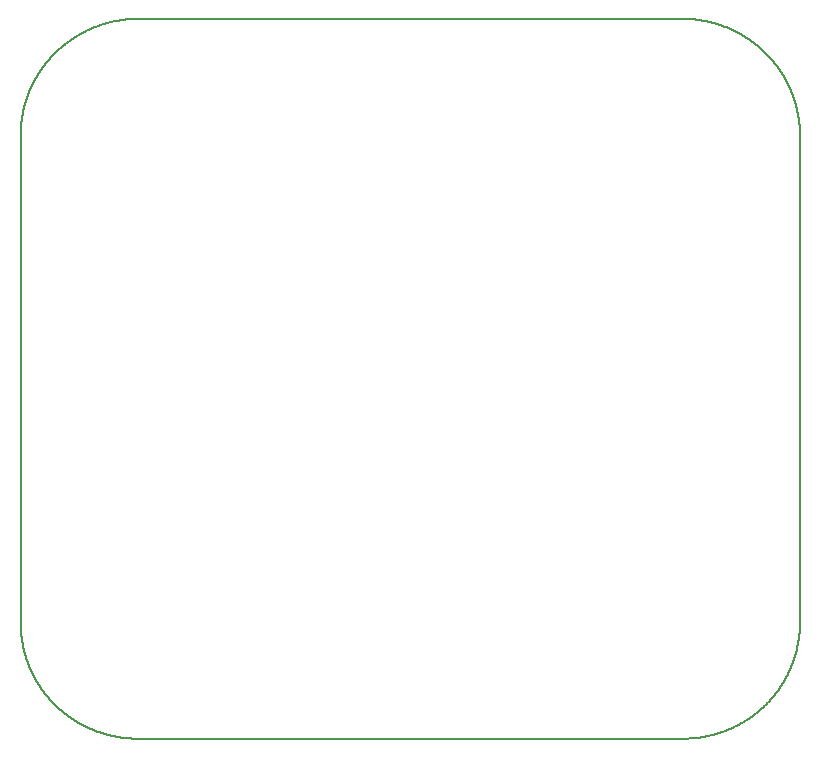
<source format=gm1>
G04 MADE WITH FRITZING*
G04 WWW.FRITZING.ORG*
G04 DOUBLE SIDED*
G04 HOLES PLATED*
G04 CONTOUR ON CENTER OF CONTOUR VECTOR*
%ASAXBY*%
%FSLAX23Y23*%
%MOIN*%
%OFA0B0*%
%SFA1.0B1.0*%
%ADD10C,0.008*%
%LNCONTOUR*%
G90*
G70*
G54D10*
X372Y2402D02*
X373Y2402D01*
X374Y2402D01*
X375Y2402D01*
X376Y2402D01*
X377Y2402D01*
X378Y2402D01*
X379Y2402D01*
X380Y2402D01*
X381Y2402D01*
X382Y2402D01*
X383Y2402D01*
X384Y2402D01*
X385Y2402D01*
X386Y2402D01*
X387Y2402D01*
X388Y2402D01*
X389Y2402D01*
X390Y2402D01*
X391Y2402D01*
X392Y2402D01*
X393Y2402D01*
X394Y2402D01*
X395Y2402D01*
X396Y2402D01*
X397Y2402D01*
X398Y2402D01*
X399Y2402D01*
X400Y2402D01*
X401Y2402D01*
X402Y2402D01*
X403Y2402D01*
X404Y2402D01*
X405Y2402D01*
X406Y2402D01*
X407Y2402D01*
X408Y2402D01*
X409Y2402D01*
X410Y2402D01*
X411Y2402D01*
X412Y2402D01*
X413Y2402D01*
X414Y2402D01*
X415Y2402D01*
X416Y2402D01*
X417Y2402D01*
X418Y2402D01*
X419Y2402D01*
X420Y2402D01*
X421Y2402D01*
X422Y2402D01*
X423Y2402D01*
X424Y2402D01*
X425Y2402D01*
X426Y2402D01*
X427Y2402D01*
X428Y2402D01*
X429Y2402D01*
X430Y2402D01*
X431Y2402D01*
X432Y2402D01*
X433Y2402D01*
X434Y2402D01*
X435Y2402D01*
X436Y2402D01*
X437Y2402D01*
X438Y2402D01*
X439Y2402D01*
X440Y2402D01*
X441Y2402D01*
X442Y2402D01*
X443Y2402D01*
X444Y2402D01*
X445Y2402D01*
X446Y2402D01*
X447Y2402D01*
X448Y2402D01*
X449Y2402D01*
X450Y2402D01*
X451Y2402D01*
X452Y2402D01*
X453Y2402D01*
X454Y2402D01*
X455Y2402D01*
X456Y2402D01*
X457Y2402D01*
X458Y2402D01*
X459Y2402D01*
X460Y2402D01*
X461Y2402D01*
X462Y2402D01*
X463Y2402D01*
X464Y2402D01*
X465Y2402D01*
X466Y2402D01*
X467Y2402D01*
X468Y2402D01*
X469Y2402D01*
X470Y2402D01*
X471Y2402D01*
X472Y2402D01*
X473Y2402D01*
X474Y2402D01*
X475Y2402D01*
X476Y2402D01*
X477Y2402D01*
X478Y2402D01*
X479Y2402D01*
X480Y2402D01*
X481Y2402D01*
X482Y2402D01*
X483Y2402D01*
X484Y2402D01*
X485Y2402D01*
X486Y2402D01*
X487Y2402D01*
X488Y2402D01*
X489Y2402D01*
X490Y2402D01*
X491Y2402D01*
X492Y2402D01*
X493Y2402D01*
X494Y2402D01*
X495Y2402D01*
X496Y2402D01*
X497Y2402D01*
X498Y2402D01*
X499Y2402D01*
X500Y2402D01*
X501Y2402D01*
X502Y2402D01*
X503Y2402D01*
X504Y2402D01*
X505Y2402D01*
X506Y2402D01*
X507Y2402D01*
X508Y2402D01*
X509Y2402D01*
X510Y2402D01*
X511Y2402D01*
X512Y2402D01*
X513Y2402D01*
X514Y2402D01*
X515Y2402D01*
X516Y2402D01*
X517Y2402D01*
X518Y2402D01*
X519Y2402D01*
X520Y2402D01*
X521Y2402D01*
X522Y2402D01*
X523Y2402D01*
X524Y2402D01*
X525Y2402D01*
X526Y2402D01*
X527Y2402D01*
X528Y2402D01*
X529Y2402D01*
X530Y2402D01*
X531Y2402D01*
X532Y2402D01*
X533Y2402D01*
X534Y2402D01*
X535Y2402D01*
X536Y2402D01*
X537Y2402D01*
X538Y2402D01*
X539Y2402D01*
X540Y2402D01*
X541Y2402D01*
X542Y2402D01*
X543Y2402D01*
X544Y2402D01*
X545Y2402D01*
X546Y2402D01*
X547Y2402D01*
X548Y2402D01*
X549Y2402D01*
X550Y2402D01*
X551Y2402D01*
X552Y2402D01*
X553Y2402D01*
X554Y2402D01*
X555Y2402D01*
X556Y2402D01*
X557Y2402D01*
X558Y2402D01*
X559Y2402D01*
X560Y2402D01*
X561Y2402D01*
X562Y2402D01*
X563Y2402D01*
X564Y2402D01*
X565Y2402D01*
X566Y2402D01*
X567Y2402D01*
X568Y2402D01*
X569Y2402D01*
X570Y2402D01*
X571Y2402D01*
X572Y2402D01*
X573Y2402D01*
X574Y2402D01*
X575Y2402D01*
X576Y2402D01*
X577Y2402D01*
X578Y2402D01*
X579Y2402D01*
X580Y2402D01*
X581Y2402D01*
X582Y2402D01*
X583Y2402D01*
X584Y2402D01*
X585Y2402D01*
X586Y2402D01*
X587Y2402D01*
X588Y2402D01*
X589Y2402D01*
X590Y2402D01*
X591Y2402D01*
X592Y2402D01*
X593Y2402D01*
X594Y2402D01*
X595Y2402D01*
X596Y2402D01*
X597Y2402D01*
X598Y2402D01*
X599Y2402D01*
X600Y2402D01*
X601Y2402D01*
X602Y2402D01*
X603Y2402D01*
X604Y2402D01*
X605Y2402D01*
X606Y2402D01*
X607Y2402D01*
X608Y2402D01*
X609Y2402D01*
X610Y2402D01*
X611Y2402D01*
X612Y2402D01*
X613Y2402D01*
X614Y2402D01*
X615Y2402D01*
X616Y2402D01*
X617Y2402D01*
X618Y2402D01*
X619Y2402D01*
X620Y2402D01*
X621Y2402D01*
X622Y2402D01*
X623Y2402D01*
X624Y2402D01*
X625Y2402D01*
X626Y2402D01*
X627Y2402D01*
X628Y2402D01*
X629Y2402D01*
X630Y2402D01*
X631Y2402D01*
X632Y2402D01*
X633Y2402D01*
X634Y2402D01*
X635Y2402D01*
X636Y2402D01*
X637Y2402D01*
X638Y2402D01*
X639Y2402D01*
X640Y2402D01*
X641Y2402D01*
X642Y2402D01*
X643Y2402D01*
X644Y2402D01*
X645Y2402D01*
X646Y2402D01*
X647Y2402D01*
X648Y2402D01*
X649Y2402D01*
X650Y2402D01*
X651Y2402D01*
X652Y2402D01*
X653Y2402D01*
X654Y2402D01*
X655Y2402D01*
X656Y2402D01*
X657Y2402D01*
X658Y2402D01*
X659Y2402D01*
X660Y2402D01*
X661Y2402D01*
X662Y2402D01*
X663Y2402D01*
X664Y2402D01*
X665Y2402D01*
X666Y2402D01*
X667Y2402D01*
X668Y2402D01*
X669Y2402D01*
X670Y2402D01*
X671Y2402D01*
X672Y2402D01*
X673Y2402D01*
X674Y2402D01*
X675Y2402D01*
X676Y2402D01*
X677Y2402D01*
X678Y2402D01*
X679Y2402D01*
X680Y2402D01*
X681Y2402D01*
X682Y2402D01*
X683Y2402D01*
X684Y2402D01*
X685Y2402D01*
X686Y2402D01*
X687Y2402D01*
X688Y2402D01*
X689Y2402D01*
X690Y2402D01*
X691Y2402D01*
X692Y2402D01*
X693Y2402D01*
X694Y2402D01*
X695Y2402D01*
X696Y2402D01*
X697Y2402D01*
X698Y2402D01*
X699Y2402D01*
X700Y2402D01*
X701Y2402D01*
X702Y2402D01*
X703Y2402D01*
X704Y2402D01*
X705Y2402D01*
X706Y2402D01*
X707Y2402D01*
X708Y2402D01*
X709Y2402D01*
X710Y2402D01*
X711Y2402D01*
X712Y2402D01*
X713Y2402D01*
X714Y2402D01*
X715Y2402D01*
X716Y2402D01*
X717Y2402D01*
X718Y2402D01*
X719Y2402D01*
X720Y2402D01*
X721Y2402D01*
X722Y2402D01*
X723Y2402D01*
X724Y2402D01*
X725Y2402D01*
X726Y2402D01*
X727Y2402D01*
X728Y2402D01*
X729Y2402D01*
X730Y2402D01*
X731Y2402D01*
X732Y2402D01*
X733Y2402D01*
X734Y2402D01*
X735Y2402D01*
X736Y2402D01*
X737Y2402D01*
X738Y2402D01*
X739Y2402D01*
X740Y2402D01*
X741Y2402D01*
X742Y2402D01*
X743Y2402D01*
X744Y2402D01*
X745Y2402D01*
X746Y2402D01*
X747Y2402D01*
X748Y2402D01*
X749Y2402D01*
X750Y2402D01*
X751Y2402D01*
X752Y2402D01*
X753Y2402D01*
X754Y2402D01*
X755Y2402D01*
X756Y2402D01*
X757Y2402D01*
X758Y2402D01*
X759Y2402D01*
X760Y2402D01*
X761Y2402D01*
X762Y2402D01*
X763Y2402D01*
X764Y2402D01*
X765Y2402D01*
X766Y2402D01*
X767Y2402D01*
X768Y2402D01*
X769Y2402D01*
X770Y2402D01*
X771Y2402D01*
X772Y2402D01*
X773Y2402D01*
X774Y2402D01*
X775Y2402D01*
X776Y2402D01*
X777Y2402D01*
X778Y2402D01*
X779Y2402D01*
X780Y2402D01*
X781Y2402D01*
X782Y2402D01*
X783Y2402D01*
X784Y2402D01*
X785Y2402D01*
X786Y2402D01*
X787Y2402D01*
X788Y2402D01*
X789Y2402D01*
X790Y2402D01*
X791Y2402D01*
X792Y2402D01*
X793Y2402D01*
X794Y2402D01*
X795Y2402D01*
X796Y2402D01*
X797Y2402D01*
X798Y2402D01*
X799Y2402D01*
X800Y2402D01*
X801Y2402D01*
X802Y2402D01*
X803Y2402D01*
X804Y2402D01*
X805Y2402D01*
X806Y2402D01*
X807Y2402D01*
X808Y2402D01*
X809Y2402D01*
X810Y2402D01*
X811Y2402D01*
X812Y2402D01*
X813Y2402D01*
X814Y2402D01*
X815Y2402D01*
X816Y2402D01*
X817Y2402D01*
X818Y2402D01*
X819Y2402D01*
X820Y2402D01*
X821Y2402D01*
X822Y2402D01*
X823Y2402D01*
X824Y2402D01*
X825Y2402D01*
X826Y2402D01*
X827Y2402D01*
X828Y2402D01*
X829Y2402D01*
X830Y2402D01*
X831Y2402D01*
X832Y2402D01*
X833Y2402D01*
X834Y2402D01*
X835Y2402D01*
X836Y2402D01*
X837Y2402D01*
X838Y2402D01*
X839Y2402D01*
X840Y2402D01*
X841Y2402D01*
X842Y2402D01*
X843Y2402D01*
X844Y2402D01*
X845Y2402D01*
X846Y2402D01*
X847Y2402D01*
X848Y2402D01*
X849Y2402D01*
X850Y2402D01*
X851Y2402D01*
X852Y2402D01*
X853Y2402D01*
X854Y2402D01*
X855Y2402D01*
X856Y2402D01*
X857Y2402D01*
X858Y2402D01*
X859Y2402D01*
X860Y2402D01*
X861Y2402D01*
X862Y2402D01*
X863Y2402D01*
X864Y2402D01*
X865Y2402D01*
X866Y2402D01*
X867Y2402D01*
X868Y2402D01*
X869Y2402D01*
X870Y2402D01*
X871Y2402D01*
X872Y2402D01*
X873Y2402D01*
X874Y2402D01*
X875Y2402D01*
X876Y2402D01*
X877Y2402D01*
X878Y2402D01*
X879Y2402D01*
X880Y2402D01*
X881Y2402D01*
X882Y2402D01*
X883Y2402D01*
X884Y2402D01*
X885Y2402D01*
X886Y2402D01*
X887Y2402D01*
X888Y2402D01*
X889Y2402D01*
X890Y2402D01*
X891Y2402D01*
X892Y2402D01*
X893Y2402D01*
X894Y2402D01*
X895Y2402D01*
X896Y2402D01*
X897Y2402D01*
X898Y2402D01*
X899Y2402D01*
X900Y2402D01*
X901Y2402D01*
X902Y2402D01*
X903Y2402D01*
X904Y2402D01*
X905Y2402D01*
X906Y2402D01*
X907Y2402D01*
X908Y2402D01*
X909Y2402D01*
X910Y2402D01*
X911Y2402D01*
X912Y2402D01*
X913Y2402D01*
X914Y2402D01*
X915Y2402D01*
X916Y2402D01*
X917Y2402D01*
X918Y2402D01*
X919Y2402D01*
X920Y2402D01*
X921Y2402D01*
X922Y2402D01*
X923Y2402D01*
X924Y2402D01*
X925Y2402D01*
X926Y2402D01*
X927Y2402D01*
X928Y2402D01*
X929Y2402D01*
X930Y2402D01*
X931Y2402D01*
X932Y2402D01*
X933Y2402D01*
X934Y2402D01*
X935Y2402D01*
X936Y2402D01*
X937Y2402D01*
X938Y2402D01*
X939Y2402D01*
X940Y2402D01*
X941Y2402D01*
X942Y2402D01*
X943Y2402D01*
X944Y2402D01*
X945Y2402D01*
X946Y2402D01*
X947Y2402D01*
X948Y2402D01*
X949Y2402D01*
X950Y2402D01*
X951Y2402D01*
X952Y2402D01*
X953Y2402D01*
X954Y2402D01*
X955Y2402D01*
X956Y2402D01*
X957Y2402D01*
X958Y2402D01*
X959Y2402D01*
X960Y2402D01*
X961Y2402D01*
X962Y2402D01*
X963Y2402D01*
X964Y2402D01*
X965Y2402D01*
X966Y2402D01*
X967Y2402D01*
X968Y2402D01*
X969Y2402D01*
X970Y2402D01*
X971Y2402D01*
X972Y2402D01*
X973Y2402D01*
X974Y2402D01*
X975Y2402D01*
X976Y2402D01*
X977Y2402D01*
X978Y2402D01*
X979Y2402D01*
X980Y2402D01*
X981Y2402D01*
X982Y2402D01*
X983Y2402D01*
X984Y2402D01*
X985Y2402D01*
X986Y2402D01*
X987Y2402D01*
X988Y2402D01*
X989Y2402D01*
X990Y2402D01*
X991Y2402D01*
X992Y2402D01*
X993Y2402D01*
X994Y2402D01*
X995Y2402D01*
X996Y2402D01*
X997Y2402D01*
X998Y2402D01*
X999Y2402D01*
X1000Y2402D01*
X1001Y2402D01*
X1002Y2402D01*
X1003Y2402D01*
X1004Y2402D01*
X1005Y2402D01*
X1006Y2402D01*
X1007Y2402D01*
X1008Y2402D01*
X1009Y2402D01*
X1010Y2402D01*
X1011Y2402D01*
X1012Y2402D01*
X1013Y2402D01*
X1014Y2402D01*
X1015Y2402D01*
X1016Y2402D01*
X1017Y2402D01*
X1018Y2402D01*
X1019Y2402D01*
X1020Y2402D01*
X1021Y2402D01*
X1022Y2402D01*
X1023Y2402D01*
X1024Y2402D01*
X1025Y2402D01*
X1026Y2402D01*
X1027Y2402D01*
X1028Y2402D01*
X1029Y2402D01*
X1030Y2402D01*
X1031Y2402D01*
X1032Y2402D01*
X1033Y2402D01*
X1034Y2402D01*
X1035Y2402D01*
X1036Y2402D01*
X1037Y2402D01*
X1038Y2402D01*
X1039Y2402D01*
X1040Y2402D01*
X1041Y2402D01*
X1042Y2402D01*
X1043Y2402D01*
X1044Y2402D01*
X1045Y2402D01*
X1046Y2402D01*
X1047Y2402D01*
X1048Y2402D01*
X1049Y2402D01*
X1050Y2402D01*
X1051Y2402D01*
X1052Y2402D01*
X1053Y2402D01*
X1054Y2402D01*
X1055Y2402D01*
X1056Y2402D01*
X1057Y2402D01*
X1058Y2402D01*
X1059Y2402D01*
X1060Y2402D01*
X1061Y2402D01*
X1062Y2402D01*
X1063Y2402D01*
X1064Y2402D01*
X1065Y2402D01*
X1066Y2402D01*
X1067Y2402D01*
X1068Y2402D01*
X1069Y2402D01*
X1070Y2402D01*
X1071Y2402D01*
X1072Y2402D01*
X1073Y2402D01*
X1074Y2402D01*
X1075Y2402D01*
X1076Y2402D01*
X1077Y2402D01*
X1078Y2402D01*
X1079Y2402D01*
X1080Y2402D01*
X1081Y2402D01*
X1082Y2402D01*
X1083Y2402D01*
X1084Y2402D01*
X1085Y2402D01*
X1086Y2402D01*
X1087Y2402D01*
X1088Y2402D01*
X1089Y2402D01*
X1090Y2402D01*
X1091Y2402D01*
X1092Y2402D01*
X1093Y2402D01*
X1094Y2402D01*
X1095Y2402D01*
X1096Y2402D01*
X1097Y2402D01*
X1098Y2402D01*
X1099Y2402D01*
X1100Y2402D01*
X1101Y2402D01*
X1102Y2402D01*
X1103Y2402D01*
X1104Y2402D01*
X1105Y2402D01*
X1106Y2402D01*
X1107Y2402D01*
X1108Y2402D01*
X1109Y2402D01*
X1110Y2402D01*
X1111Y2402D01*
X1112Y2402D01*
X1113Y2402D01*
X1114Y2402D01*
X1115Y2402D01*
X1116Y2402D01*
X1117Y2402D01*
X1118Y2402D01*
X1119Y2402D01*
X1120Y2402D01*
X1121Y2402D01*
X1122Y2402D01*
X1123Y2402D01*
X1124Y2402D01*
X1125Y2402D01*
X1126Y2402D01*
X1127Y2402D01*
X1128Y2402D01*
X1129Y2402D01*
X1130Y2402D01*
X1131Y2402D01*
X1132Y2402D01*
X1133Y2402D01*
X1134Y2402D01*
X1135Y2402D01*
X1136Y2402D01*
X1137Y2402D01*
X1138Y2402D01*
X1139Y2402D01*
X1140Y2402D01*
X1141Y2402D01*
X1142Y2402D01*
X1143Y2402D01*
X1144Y2402D01*
X1145Y2402D01*
X1146Y2402D01*
X1147Y2402D01*
X1148Y2402D01*
X1149Y2402D01*
X1150Y2402D01*
X1151Y2402D01*
X1152Y2402D01*
X1153Y2402D01*
X1154Y2402D01*
X1155Y2402D01*
X1156Y2402D01*
X1157Y2402D01*
X1158Y2402D01*
X1159Y2402D01*
X1160Y2402D01*
X1161Y2402D01*
X1162Y2402D01*
X1163Y2402D01*
X1164Y2402D01*
X1165Y2402D01*
X1166Y2402D01*
X1167Y2402D01*
X1168Y2402D01*
X1169Y2402D01*
X1170Y2402D01*
X1171Y2402D01*
X1172Y2402D01*
X1173Y2402D01*
X1174Y2402D01*
X1175Y2402D01*
X1176Y2402D01*
X1177Y2402D01*
X1178Y2402D01*
X1179Y2402D01*
X1180Y2402D01*
X1181Y2402D01*
X1182Y2402D01*
X1183Y2402D01*
X1184Y2402D01*
X1185Y2402D01*
X1186Y2402D01*
X1187Y2402D01*
X1188Y2402D01*
X1189Y2402D01*
X1190Y2402D01*
X1191Y2402D01*
X1192Y2402D01*
X1193Y2402D01*
X1194Y2402D01*
X1195Y2402D01*
X1196Y2402D01*
X1197Y2402D01*
X1198Y2402D01*
X1199Y2402D01*
X1200Y2402D01*
X1201Y2402D01*
X1202Y2402D01*
X1203Y2402D01*
X1204Y2402D01*
X1205Y2402D01*
X1206Y2402D01*
X1207Y2402D01*
X1208Y2402D01*
X1209Y2402D01*
X1210Y2402D01*
X1211Y2402D01*
X1212Y2402D01*
X1213Y2402D01*
X1214Y2402D01*
X1215Y2402D01*
X1216Y2402D01*
X1217Y2402D01*
X1218Y2402D01*
X1219Y2402D01*
X1220Y2402D01*
X1221Y2402D01*
X1222Y2402D01*
X1223Y2402D01*
X1224Y2402D01*
X1225Y2402D01*
X1226Y2402D01*
X1227Y2402D01*
X1228Y2402D01*
X1229Y2402D01*
X1230Y2402D01*
X1231Y2402D01*
X1232Y2402D01*
X1233Y2402D01*
X1234Y2402D01*
X1235Y2402D01*
X1236Y2402D01*
X1237Y2402D01*
X1238Y2402D01*
X1239Y2402D01*
X1240Y2402D01*
X1241Y2402D01*
X1242Y2402D01*
X1243Y2402D01*
X1244Y2402D01*
X1245Y2402D01*
X1246Y2402D01*
X1247Y2402D01*
X1248Y2402D01*
X1249Y2402D01*
X1250Y2402D01*
X1251Y2402D01*
X1252Y2402D01*
X1253Y2402D01*
X1254Y2402D01*
X1255Y2402D01*
X1256Y2402D01*
X1257Y2402D01*
X1258Y2402D01*
X1259Y2402D01*
X1260Y2402D01*
X1261Y2402D01*
X1262Y2402D01*
X1263Y2402D01*
X1264Y2402D01*
X1265Y2402D01*
X1266Y2402D01*
X1267Y2402D01*
X1268Y2402D01*
X1269Y2402D01*
X1270Y2402D01*
X1271Y2402D01*
X1272Y2402D01*
X1273Y2402D01*
X1274Y2402D01*
X1275Y2402D01*
X1276Y2402D01*
X1277Y2402D01*
X1278Y2402D01*
X1279Y2402D01*
X1280Y2402D01*
X1281Y2402D01*
X1282Y2402D01*
X1283Y2402D01*
X1284Y2402D01*
X1285Y2402D01*
X1286Y2402D01*
X1287Y2402D01*
X1288Y2402D01*
X1289Y2402D01*
X1290Y2402D01*
X1291Y2402D01*
X1292Y2402D01*
X1293Y2402D01*
X1294Y2402D01*
X1295Y2402D01*
X1296Y2402D01*
X1297Y2402D01*
X1298Y2402D01*
X1299Y2402D01*
X1300Y2402D01*
X1301Y2402D01*
X1302Y2402D01*
X1303Y2402D01*
X1304Y2402D01*
X1305Y2402D01*
X1306Y2402D01*
X1307Y2402D01*
X1308Y2402D01*
X1309Y2402D01*
X1310Y2402D01*
X1311Y2402D01*
X1312Y2402D01*
X1313Y2402D01*
X1314Y2402D01*
X1315Y2402D01*
X1316Y2402D01*
X1317Y2402D01*
X1318Y2402D01*
X1319Y2402D01*
X1320Y2402D01*
X1321Y2402D01*
X1322Y2402D01*
X1323Y2402D01*
X1324Y2402D01*
X1325Y2402D01*
X1326Y2402D01*
X1327Y2402D01*
X1328Y2402D01*
X1329Y2402D01*
X1330Y2402D01*
X1331Y2402D01*
X1332Y2402D01*
X1333Y2402D01*
X1334Y2402D01*
X1335Y2402D01*
X1336Y2402D01*
X1337Y2402D01*
X1338Y2402D01*
X1339Y2402D01*
X1340Y2402D01*
X1341Y2402D01*
X1342Y2402D01*
X1343Y2402D01*
X1344Y2402D01*
X1345Y2402D01*
X1346Y2402D01*
X1347Y2402D01*
X1348Y2402D01*
X1349Y2402D01*
X1350Y2402D01*
X1351Y2402D01*
X1352Y2402D01*
X1353Y2402D01*
X1354Y2402D01*
X1355Y2402D01*
X1356Y2402D01*
X1357Y2402D01*
X1358Y2402D01*
X1359Y2402D01*
X1360Y2402D01*
X1361Y2402D01*
X1362Y2402D01*
X1363Y2402D01*
X1364Y2402D01*
X1365Y2402D01*
X1366Y2402D01*
X1367Y2402D01*
X1368Y2402D01*
X1369Y2402D01*
X1370Y2402D01*
X1371Y2402D01*
X1372Y2402D01*
X1373Y2402D01*
X1374Y2402D01*
X1375Y2402D01*
X1376Y2402D01*
X1377Y2402D01*
X1378Y2402D01*
X1379Y2402D01*
X1380Y2402D01*
X1381Y2402D01*
X1382Y2402D01*
X1383Y2402D01*
X1384Y2402D01*
X1385Y2402D01*
X1386Y2402D01*
X1387Y2402D01*
X1388Y2402D01*
X1389Y2402D01*
X1390Y2402D01*
X1391Y2402D01*
X1392Y2402D01*
X1393Y2402D01*
X1394Y2402D01*
X1395Y2402D01*
X1396Y2402D01*
X1397Y2402D01*
X1398Y2402D01*
X1399Y2402D01*
X1400Y2402D01*
X1401Y2402D01*
X1402Y2402D01*
X1403Y2402D01*
X1404Y2402D01*
X1405Y2402D01*
X1406Y2402D01*
X1407Y2402D01*
X1408Y2402D01*
X1409Y2402D01*
X1410Y2402D01*
X1411Y2402D01*
X1412Y2402D01*
X1413Y2402D01*
X1414Y2402D01*
X1415Y2402D01*
X1416Y2402D01*
X1417Y2402D01*
X1418Y2402D01*
X1419Y2402D01*
X1420Y2402D01*
X1421Y2402D01*
X1422Y2402D01*
X1423Y2402D01*
X1424Y2402D01*
X1425Y2402D01*
X1426Y2402D01*
X1427Y2402D01*
X1428Y2402D01*
X1429Y2402D01*
X1430Y2402D01*
X1431Y2402D01*
X1432Y2402D01*
X1433Y2402D01*
X1434Y2402D01*
X1435Y2402D01*
X1436Y2402D01*
X1437Y2402D01*
X1438Y2402D01*
X1439Y2402D01*
X1440Y2402D01*
X1441Y2402D01*
X1442Y2402D01*
X1443Y2402D01*
X1444Y2402D01*
X1445Y2402D01*
X1446Y2402D01*
X1447Y2402D01*
X1448Y2402D01*
X1449Y2402D01*
X1450Y2402D01*
X1451Y2402D01*
X1452Y2402D01*
X1453Y2402D01*
X1454Y2402D01*
X1455Y2402D01*
X1456Y2402D01*
X1457Y2402D01*
X1458Y2402D01*
X1459Y2402D01*
X1460Y2402D01*
X1461Y2402D01*
X1462Y2402D01*
X1463Y2402D01*
X1464Y2402D01*
X1465Y2402D01*
X1466Y2402D01*
X1467Y2402D01*
X1468Y2402D01*
X1469Y2402D01*
X1470Y2402D01*
X1471Y2402D01*
X1472Y2402D01*
X1473Y2402D01*
X1474Y2402D01*
X1475Y2402D01*
X1476Y2402D01*
X1477Y2402D01*
X1478Y2402D01*
X1479Y2402D01*
X1480Y2402D01*
X1481Y2402D01*
X1482Y2402D01*
X1483Y2402D01*
X1484Y2402D01*
X1485Y2402D01*
X1486Y2402D01*
X1487Y2402D01*
X1488Y2402D01*
X1489Y2402D01*
X1490Y2402D01*
X1491Y2402D01*
X1492Y2402D01*
X1493Y2402D01*
X1494Y2402D01*
X1495Y2402D01*
X1496Y2402D01*
X1497Y2402D01*
X1498Y2402D01*
X1499Y2402D01*
X1500Y2402D01*
X1501Y2402D01*
X1502Y2402D01*
X1503Y2402D01*
X1504Y2402D01*
X1505Y2402D01*
X1506Y2402D01*
X1507Y2402D01*
X1508Y2402D01*
X1509Y2402D01*
X1510Y2402D01*
X1511Y2402D01*
X1512Y2402D01*
X1513Y2402D01*
X1514Y2402D01*
X1515Y2402D01*
X1516Y2402D01*
X1517Y2402D01*
X1518Y2402D01*
X1519Y2402D01*
X1520Y2402D01*
X1521Y2402D01*
X1522Y2402D01*
X1523Y2402D01*
X1524Y2402D01*
X1525Y2402D01*
X1526Y2402D01*
X1527Y2402D01*
X1528Y2402D01*
X1529Y2402D01*
X1530Y2402D01*
X1531Y2402D01*
X1532Y2402D01*
X1533Y2402D01*
X1534Y2402D01*
X1535Y2402D01*
X1536Y2402D01*
X1537Y2402D01*
X1538Y2402D01*
X1539Y2402D01*
X1540Y2402D01*
X1541Y2402D01*
X1542Y2402D01*
X1543Y2402D01*
X1544Y2402D01*
X1545Y2402D01*
X1546Y2402D01*
X1547Y2402D01*
X1548Y2402D01*
X1549Y2402D01*
X1550Y2402D01*
X1551Y2402D01*
X1552Y2402D01*
X1553Y2402D01*
X1554Y2402D01*
X1555Y2402D01*
X1556Y2402D01*
X1557Y2402D01*
X1558Y2402D01*
X1559Y2402D01*
X1560Y2402D01*
X1561Y2402D01*
X1562Y2402D01*
X1563Y2402D01*
X1564Y2402D01*
X1565Y2402D01*
X1566Y2402D01*
X1567Y2402D01*
X1568Y2402D01*
X1569Y2402D01*
X1570Y2402D01*
X1571Y2402D01*
X1572Y2402D01*
X1573Y2402D01*
X1574Y2402D01*
X1575Y2402D01*
X1576Y2402D01*
X1577Y2402D01*
X1578Y2402D01*
X1579Y2402D01*
X1580Y2402D01*
X1581Y2402D01*
X1582Y2402D01*
X1583Y2402D01*
X1584Y2402D01*
X1585Y2402D01*
X1586Y2402D01*
X1587Y2402D01*
X1588Y2402D01*
X1589Y2402D01*
X1590Y2402D01*
X1591Y2402D01*
X1592Y2402D01*
X1593Y2402D01*
X1594Y2402D01*
X1595Y2402D01*
X1596Y2402D01*
X1597Y2402D01*
X1598Y2402D01*
X1599Y2402D01*
X1600Y2402D01*
X1601Y2402D01*
X1602Y2402D01*
X1603Y2402D01*
X1604Y2402D01*
X1605Y2402D01*
X1606Y2402D01*
X1607Y2402D01*
X1608Y2402D01*
X1609Y2402D01*
X1610Y2402D01*
X1611Y2402D01*
X1612Y2402D01*
X1613Y2402D01*
X1614Y2402D01*
X1615Y2402D01*
X1616Y2402D01*
X1617Y2402D01*
X1618Y2402D01*
X1619Y2402D01*
X1620Y2402D01*
X1621Y2402D01*
X1622Y2402D01*
X1623Y2402D01*
X1624Y2402D01*
X1625Y2402D01*
X1626Y2402D01*
X1627Y2402D01*
X1628Y2402D01*
X1629Y2402D01*
X1630Y2402D01*
X1631Y2402D01*
X1632Y2402D01*
X1633Y2402D01*
X1634Y2402D01*
X1635Y2402D01*
X1636Y2402D01*
X1637Y2402D01*
X1638Y2402D01*
X1639Y2402D01*
X1640Y2402D01*
X1641Y2402D01*
X1642Y2402D01*
X1643Y2402D01*
X1644Y2402D01*
X1645Y2402D01*
X1646Y2402D01*
X1647Y2402D01*
X1648Y2402D01*
X1649Y2402D01*
X1650Y2402D01*
X1651Y2402D01*
X1652Y2402D01*
X1653Y2402D01*
X1654Y2402D01*
X1655Y2402D01*
X1656Y2402D01*
X1657Y2402D01*
X1658Y2402D01*
X1659Y2402D01*
X1660Y2402D01*
X1661Y2402D01*
X1662Y2402D01*
X1663Y2402D01*
X1664Y2402D01*
X1665Y2402D01*
X1666Y2402D01*
X1667Y2402D01*
X1668Y2402D01*
X1669Y2402D01*
X1670Y2402D01*
X1671Y2402D01*
X1672Y2402D01*
X1673Y2402D01*
X1674Y2402D01*
X1675Y2402D01*
X1676Y2402D01*
X1677Y2402D01*
X1678Y2402D01*
X1679Y2402D01*
X1680Y2402D01*
X1681Y2402D01*
X1682Y2402D01*
X1683Y2402D01*
X1684Y2402D01*
X1685Y2402D01*
X1686Y2402D01*
X1687Y2402D01*
X1688Y2402D01*
X1689Y2402D01*
X1690Y2402D01*
X1691Y2402D01*
X1692Y2402D01*
X1693Y2402D01*
X1694Y2402D01*
X1695Y2402D01*
X1696Y2402D01*
X1697Y2402D01*
X1698Y2402D01*
X1699Y2402D01*
X1700Y2402D01*
X1701Y2402D01*
X1702Y2402D01*
X1703Y2402D01*
X1704Y2402D01*
X1705Y2402D01*
X1706Y2402D01*
X1707Y2402D01*
X1708Y2402D01*
X1709Y2402D01*
X1710Y2402D01*
X1711Y2402D01*
X1712Y2402D01*
X1713Y2402D01*
X1714Y2402D01*
X1715Y2402D01*
X1716Y2402D01*
X1717Y2402D01*
X1718Y2402D01*
X1719Y2402D01*
X1720Y2402D01*
X1721Y2402D01*
X1722Y2402D01*
X1723Y2402D01*
X1724Y2402D01*
X1725Y2402D01*
X1726Y2402D01*
X1727Y2402D01*
X1728Y2402D01*
X1729Y2402D01*
X1730Y2402D01*
X1731Y2402D01*
X1732Y2402D01*
X1733Y2402D01*
X1734Y2402D01*
X1735Y2402D01*
X1736Y2402D01*
X1737Y2402D01*
X1738Y2402D01*
X1739Y2402D01*
X1740Y2402D01*
X1741Y2402D01*
X1742Y2402D01*
X1743Y2402D01*
X1744Y2402D01*
X1745Y2402D01*
X1746Y2402D01*
X1747Y2402D01*
X1748Y2402D01*
X1749Y2402D01*
X1750Y2402D01*
X1751Y2402D01*
X1752Y2402D01*
X1753Y2402D01*
X1754Y2402D01*
X1755Y2402D01*
X1756Y2402D01*
X1757Y2402D01*
X1758Y2402D01*
X1759Y2402D01*
X1760Y2402D01*
X1761Y2402D01*
X1762Y2402D01*
X1763Y2402D01*
X1764Y2402D01*
X1765Y2402D01*
X1766Y2402D01*
X1767Y2402D01*
X1768Y2402D01*
X1769Y2402D01*
X1770Y2402D01*
X1771Y2402D01*
X1772Y2402D01*
X1773Y2402D01*
X1774Y2402D01*
X1775Y2402D01*
X1776Y2402D01*
X1777Y2402D01*
X1778Y2402D01*
X1779Y2402D01*
X1780Y2402D01*
X1781Y2402D01*
X1782Y2402D01*
X1783Y2402D01*
X1784Y2402D01*
X1785Y2402D01*
X1786Y2402D01*
X1787Y2402D01*
X1788Y2402D01*
X1789Y2402D01*
X1790Y2402D01*
X1791Y2402D01*
X1792Y2402D01*
X1793Y2402D01*
X1794Y2402D01*
X1795Y2402D01*
X1796Y2402D01*
X1797Y2402D01*
X1798Y2402D01*
X1799Y2402D01*
X1800Y2402D01*
X1801Y2402D01*
X1802Y2402D01*
X1803Y2402D01*
X1804Y2402D01*
X1805Y2402D01*
X1806Y2402D01*
X1807Y2402D01*
X1808Y2402D01*
X1809Y2402D01*
X1810Y2402D01*
X1811Y2402D01*
X1812Y2402D01*
X1813Y2402D01*
X1814Y2402D01*
X1815Y2402D01*
X1816Y2402D01*
X1817Y2402D01*
X1818Y2402D01*
X1819Y2402D01*
X1820Y2402D01*
X1821Y2402D01*
X1822Y2402D01*
X1823Y2402D01*
X1824Y2402D01*
X1825Y2402D01*
X1826Y2402D01*
X1827Y2402D01*
X1828Y2402D01*
X1829Y2402D01*
X1830Y2402D01*
X1831Y2402D01*
X1832Y2402D01*
X1833Y2402D01*
X1834Y2402D01*
X1835Y2402D01*
X1836Y2402D01*
X1837Y2402D01*
X1838Y2402D01*
X1839Y2402D01*
X1840Y2402D01*
X1841Y2402D01*
X1842Y2402D01*
X1843Y2402D01*
X1844Y2402D01*
X1845Y2402D01*
X1846Y2402D01*
X1847Y2402D01*
X1848Y2402D01*
X1849Y2402D01*
X1850Y2402D01*
X1851Y2402D01*
X1852Y2402D01*
X1853Y2402D01*
X1854Y2402D01*
X1855Y2402D01*
X1856Y2402D01*
X1857Y2402D01*
X1858Y2402D01*
X1859Y2402D01*
X1860Y2402D01*
X1861Y2402D01*
X1862Y2402D01*
X1863Y2402D01*
X1864Y2402D01*
X1865Y2402D01*
X1866Y2402D01*
X1867Y2402D01*
X1868Y2402D01*
X1869Y2402D01*
X1870Y2402D01*
X1871Y2402D01*
X1872Y2402D01*
X1873Y2402D01*
X1874Y2402D01*
X1875Y2402D01*
X1876Y2402D01*
X1877Y2402D01*
X1878Y2402D01*
X1879Y2402D01*
X1880Y2402D01*
X1881Y2402D01*
X1882Y2402D01*
X1883Y2402D01*
X1884Y2402D01*
X1885Y2402D01*
X1886Y2402D01*
X1887Y2402D01*
X1888Y2402D01*
X1889Y2402D01*
X1890Y2402D01*
X1891Y2402D01*
X1892Y2402D01*
X1893Y2402D01*
X1894Y2402D01*
X1895Y2402D01*
X1896Y2402D01*
X1897Y2402D01*
X1898Y2402D01*
X1899Y2402D01*
X1900Y2402D01*
X1901Y2402D01*
X1902Y2402D01*
X1903Y2402D01*
X1904Y2402D01*
X1905Y2402D01*
X1906Y2402D01*
X1907Y2402D01*
X1908Y2402D01*
X1909Y2402D01*
X1910Y2402D01*
X1911Y2402D01*
X1912Y2402D01*
X1913Y2402D01*
X1914Y2402D01*
X1915Y2402D01*
X1916Y2402D01*
X1917Y2402D01*
X1918Y2402D01*
X1919Y2402D01*
X1920Y2402D01*
X1921Y2402D01*
X1922Y2402D01*
X1923Y2402D01*
X1924Y2402D01*
X1925Y2402D01*
X1926Y2402D01*
X1927Y2402D01*
X1928Y2402D01*
X1929Y2402D01*
X1930Y2402D01*
X1931Y2402D01*
X1932Y2402D01*
X1933Y2402D01*
X1934Y2402D01*
X1935Y2402D01*
X1936Y2402D01*
X1937Y2402D01*
X1938Y2402D01*
X1939Y2402D01*
X1940Y2402D01*
X1941Y2402D01*
X1942Y2402D01*
X1943Y2402D01*
X1944Y2402D01*
X1945Y2402D01*
X1946Y2402D01*
X1947Y2402D01*
X1948Y2402D01*
X1949Y2402D01*
X1950Y2402D01*
X1951Y2402D01*
X1952Y2402D01*
X1953Y2402D01*
X1954Y2402D01*
X1955Y2402D01*
X1956Y2402D01*
X1957Y2402D01*
X1958Y2402D01*
X1959Y2402D01*
X1960Y2402D01*
X1961Y2402D01*
X1962Y2402D01*
X1963Y2402D01*
X1964Y2402D01*
X1965Y2402D01*
X1966Y2402D01*
X1967Y2402D01*
X1968Y2402D01*
X1969Y2402D01*
X1970Y2402D01*
X1971Y2402D01*
X1972Y2402D01*
X1973Y2402D01*
X1974Y2402D01*
X1975Y2402D01*
X1976Y2402D01*
X1977Y2402D01*
X1978Y2402D01*
X1979Y2402D01*
X1980Y2402D01*
X1981Y2402D01*
X1982Y2402D01*
X1983Y2402D01*
X1984Y2402D01*
X1985Y2402D01*
X1986Y2402D01*
X1987Y2402D01*
X1988Y2402D01*
X1989Y2402D01*
X1990Y2402D01*
X1991Y2402D01*
X1992Y2402D01*
X1993Y2402D01*
X1994Y2402D01*
X1995Y2402D01*
X1996Y2402D01*
X1997Y2402D01*
X1998Y2402D01*
X1999Y2402D01*
X2000Y2402D01*
X2001Y2402D01*
X2002Y2402D01*
X2003Y2402D01*
X2004Y2402D01*
X2005Y2402D01*
X2006Y2402D01*
X2007Y2402D01*
X2008Y2402D01*
X2009Y2402D01*
X2010Y2402D01*
X2011Y2402D01*
X2012Y2402D01*
X2013Y2402D01*
X2014Y2402D01*
X2015Y2402D01*
X2016Y2402D01*
X2017Y2402D01*
X2018Y2402D01*
X2019Y2402D01*
X2020Y2402D01*
X2021Y2402D01*
X2022Y2402D01*
X2023Y2402D01*
X2024Y2402D01*
X2025Y2402D01*
X2026Y2402D01*
X2027Y2402D01*
X2028Y2402D01*
X2029Y2402D01*
X2030Y2402D01*
X2031Y2402D01*
X2032Y2402D01*
X2033Y2402D01*
X2034Y2402D01*
X2035Y2402D01*
X2036Y2402D01*
X2037Y2402D01*
X2038Y2402D01*
X2039Y2402D01*
X2040Y2402D01*
X2041Y2402D01*
X2042Y2402D01*
X2043Y2402D01*
X2044Y2402D01*
X2045Y2402D01*
X2046Y2402D01*
X2047Y2402D01*
X2048Y2402D01*
X2049Y2402D01*
X2050Y2402D01*
X2051Y2402D01*
X2052Y2402D01*
X2053Y2402D01*
X2054Y2402D01*
X2055Y2402D01*
X2056Y2402D01*
X2057Y2402D01*
X2058Y2402D01*
X2059Y2402D01*
X2060Y2402D01*
X2061Y2402D01*
X2062Y2402D01*
X2063Y2402D01*
X2064Y2402D01*
X2065Y2402D01*
X2066Y2402D01*
X2067Y2402D01*
X2068Y2402D01*
X2069Y2402D01*
X2070Y2402D01*
X2071Y2402D01*
X2072Y2402D01*
X2073Y2402D01*
X2074Y2402D01*
X2075Y2402D01*
X2076Y2402D01*
X2077Y2402D01*
X2078Y2402D01*
X2079Y2402D01*
X2080Y2402D01*
X2081Y2402D01*
X2082Y2402D01*
X2083Y2402D01*
X2084Y2402D01*
X2085Y2402D01*
X2086Y2402D01*
X2087Y2402D01*
X2088Y2402D01*
X2089Y2402D01*
X2090Y2402D01*
X2091Y2402D01*
X2092Y2402D01*
X2093Y2402D01*
X2094Y2402D01*
X2095Y2402D01*
X2096Y2402D01*
X2097Y2402D01*
X2098Y2402D01*
X2099Y2402D01*
X2100Y2402D01*
X2101Y2402D01*
X2102Y2402D01*
X2103Y2402D01*
X2104Y2402D01*
X2105Y2402D01*
X2106Y2402D01*
X2107Y2402D01*
X2108Y2402D01*
X2109Y2402D01*
X2110Y2402D01*
X2111Y2402D01*
X2112Y2402D01*
X2113Y2402D01*
X2114Y2402D01*
X2115Y2402D01*
X2116Y2402D01*
X2117Y2402D01*
X2118Y2402D01*
X2119Y2402D01*
X2120Y2402D01*
X2121Y2402D01*
X2122Y2402D01*
X2123Y2402D01*
X2124Y2402D01*
X2125Y2402D01*
X2126Y2402D01*
X2127Y2402D01*
X2128Y2402D01*
X2129Y2402D01*
X2130Y2402D01*
X2131Y2402D01*
X2132Y2402D01*
X2133Y2402D01*
X2134Y2402D01*
X2135Y2402D01*
X2136Y2402D01*
X2137Y2402D01*
X2138Y2402D01*
X2139Y2402D01*
X2140Y2402D01*
X2141Y2402D01*
X2142Y2402D01*
X2143Y2402D01*
X2144Y2402D01*
X2145Y2402D01*
X2146Y2402D01*
X2147Y2402D01*
X2148Y2402D01*
X2149Y2402D01*
X2150Y2402D01*
X2151Y2402D01*
X2152Y2402D01*
X2153Y2402D01*
X2154Y2402D01*
X2155Y2402D01*
X2156Y2402D01*
X2157Y2402D01*
X2158Y2402D01*
X2159Y2402D01*
X2160Y2402D01*
X2161Y2402D01*
X2162Y2402D01*
X2163Y2402D01*
X2164Y2402D01*
X2165Y2402D01*
X2166Y2402D01*
X2167Y2402D01*
X2168Y2402D01*
X2169Y2402D01*
X2170Y2402D01*
X2171Y2402D01*
X2172Y2402D01*
X2173Y2402D01*
X2174Y2402D01*
X2175Y2402D01*
X2176Y2402D01*
X2177Y2402D01*
X2178Y2402D01*
X2179Y2402D01*
X2180Y2402D01*
X2181Y2402D01*
X2182Y2402D01*
X2183Y2402D01*
X2184Y2402D01*
X2185Y2402D01*
X2186Y2402D01*
X2187Y2402D01*
X2188Y2402D01*
X2189Y2402D01*
X2190Y2402D01*
X2191Y2402D01*
X2192Y2402D01*
X2193Y2402D01*
X2194Y2402D01*
X2195Y2402D01*
X2196Y2402D01*
X2197Y2402D01*
X2198Y2402D01*
X2199Y2402D01*
X2200Y2402D01*
X2201Y2402D01*
X2202Y2402D01*
X2203Y2402D01*
X2204Y2402D01*
X2205Y2402D01*
X2206Y2402D01*
X2207Y2402D01*
X2208Y2402D01*
X2209Y2402D01*
X2210Y2402D01*
X2211Y2402D01*
X2212Y2402D01*
X2213Y2402D01*
X2214Y2402D01*
X2215Y2402D01*
X2216Y2402D01*
X2217Y2402D01*
X2218Y2402D01*
X2219Y2402D01*
X2220Y2402D01*
X2221Y2402D01*
X2222Y2402D01*
X2223Y2402D01*
X2224Y2402D01*
X2225Y2402D01*
X2226Y2401D01*
X2227Y2401D01*
X2228Y2401D01*
X2229Y2401D01*
X2230Y2401D01*
X2231Y2401D01*
X2232Y2401D01*
X2233Y2401D01*
X2234Y2401D01*
X2235Y2401D01*
X2236Y2401D01*
X2237Y2401D01*
X2238Y2401D01*
X2239Y2401D01*
X2240Y2400D01*
X2241Y2400D01*
X2242Y2400D01*
X2243Y2400D01*
X2244Y2400D01*
X2245Y2400D01*
X2246Y2400D01*
X2247Y2400D01*
X2248Y2400D01*
X2249Y2400D01*
X2250Y2399D01*
X2251Y2399D01*
X2252Y2399D01*
X2253Y2399D01*
X2254Y2399D01*
X2255Y2399D01*
X2256Y2399D01*
X2257Y2399D01*
X2258Y2398D01*
X2259Y2398D01*
X2260Y2398D01*
X2261Y2398D01*
X2262Y2398D01*
X2263Y2398D01*
X2264Y2398D01*
X2265Y2397D01*
X2266Y2397D01*
X2267Y2397D01*
X2268Y2397D01*
X2269Y2397D01*
X2270Y2397D01*
X2271Y2396D01*
X2272Y2396D01*
X2273Y2396D01*
X2274Y2396D01*
X2275Y2396D01*
X2276Y2396D01*
X2277Y2395D01*
X2278Y2395D01*
X2279Y2395D01*
X2280Y2395D01*
X2281Y2395D01*
X2282Y2394D01*
X2283Y2394D01*
X2284Y2394D01*
X2285Y2394D01*
X2286Y2394D01*
X2287Y2393D01*
X2288Y2393D01*
X2289Y2393D01*
X2290Y2393D01*
X2291Y2393D01*
X2292Y2392D01*
X2293Y2392D01*
X2294Y2392D01*
X2295Y2392D01*
X2296Y2391D01*
X2297Y2391D01*
X2298Y2391D01*
X2299Y2391D01*
X2300Y2391D01*
X2301Y2390D01*
X2302Y2390D01*
X2303Y2390D01*
X2304Y2390D01*
X2305Y2389D01*
X2306Y2389D01*
X2307Y2389D01*
X2308Y2388D01*
X2309Y2388D01*
X2310Y2388D01*
X2311Y2388D01*
X2312Y2387D01*
X2313Y2387D01*
X2314Y2387D01*
X2315Y2387D01*
X2316Y2386D01*
X2317Y2386D01*
X2318Y2386D01*
X2319Y2385D01*
X2320Y2385D01*
X2321Y2385D01*
X2322Y2384D01*
X2323Y2384D01*
X2324Y2384D01*
X2325Y2383D01*
X2326Y2383D01*
X2327Y2383D01*
X2328Y2382D01*
X2329Y2382D01*
X2330Y2382D01*
X2331Y2381D01*
X2332Y2381D01*
X2333Y2381D01*
X2334Y2380D01*
X2335Y2380D01*
X2336Y2380D01*
X2337Y2379D01*
X2338Y2379D01*
X2339Y2379D01*
X2340Y2378D01*
X2341Y2378D01*
X2342Y2378D01*
X2343Y2377D01*
X2344Y2377D01*
X2345Y2376D01*
X2346Y2376D01*
X2347Y2376D01*
X2348Y2375D01*
X2349Y2375D01*
X2350Y2375D01*
X2351Y2374D01*
X2352Y2374D01*
X2353Y2373D01*
X2354Y2373D01*
X2355Y2373D01*
X2356Y2372D01*
X2357Y2372D01*
X2358Y2371D01*
X2359Y2371D01*
X2360Y2371D01*
X2361Y2370D01*
X2362Y2370D01*
X2363Y2369D01*
X2364Y2369D01*
X2365Y2368D01*
X2366Y2368D01*
X2367Y2367D01*
X2368Y2367D01*
X2369Y2367D01*
X2370Y2366D01*
X2371Y2366D01*
X2372Y2365D01*
X2373Y2365D01*
X2374Y2364D01*
X2375Y2364D01*
X2376Y2363D01*
X2377Y2363D01*
X2378Y2362D01*
X2379Y2362D01*
X2380Y2361D01*
X2381Y2361D01*
X2382Y2360D01*
X2383Y2360D01*
X2384Y2359D01*
X2385Y2359D01*
X2386Y2358D01*
X2387Y2358D01*
X2388Y2357D01*
X2389Y2357D01*
X2390Y2356D01*
X2391Y2356D01*
X2392Y2355D01*
X2393Y2355D01*
X2394Y2354D01*
X2395Y2354D01*
X2396Y2353D01*
X2397Y2352D01*
X2398Y2352D01*
X2399Y2351D01*
X2400Y2351D01*
X2401Y2350D01*
X2402Y2350D01*
X2403Y2349D01*
X2404Y2348D01*
X2405Y2348D01*
X2406Y2347D01*
X2407Y2347D01*
X2408Y2346D01*
X2409Y2346D01*
X2410Y2345D01*
X2411Y2344D01*
X2412Y2344D01*
X2413Y2343D01*
X2414Y2342D01*
X2415Y2342D01*
X2416Y2341D01*
X2417Y2341D01*
X2418Y2340D01*
X2419Y2339D01*
X2420Y2339D01*
X2421Y2338D01*
X2422Y2337D01*
X2423Y2337D01*
X2424Y2336D01*
X2425Y2336D01*
X2426Y2335D01*
X2427Y2334D01*
X2428Y2333D01*
X2429Y2333D01*
X2430Y2332D01*
X2431Y2331D01*
X2432Y2331D01*
X2433Y2330D01*
X2434Y2329D01*
X2435Y2328D01*
X2436Y2328D01*
X2437Y2327D01*
X2438Y2326D01*
X2439Y2326D01*
X2440Y2325D01*
X2441Y2324D01*
X2442Y2323D01*
X2443Y2323D01*
X2444Y2322D01*
X2445Y2321D01*
X2446Y2320D01*
X2447Y2320D01*
X2448Y2319D01*
X2449Y2318D01*
X2450Y2317D01*
X2451Y2316D01*
X2452Y2316D01*
X2453Y2315D01*
X2454Y2314D01*
X2455Y2313D01*
X2456Y2312D01*
X2457Y2312D01*
X2458Y2311D01*
X2459Y2310D01*
X2460Y2309D01*
X2461Y2308D01*
X2462Y2307D01*
X2463Y2307D01*
X2464Y2306D01*
X2465Y2305D01*
X2466Y2304D01*
X2467Y2303D01*
X2468Y2302D01*
X2469Y2301D01*
X2470Y2300D01*
X2471Y2300D01*
X2472Y2299D01*
X2473Y2298D01*
X2474Y2297D01*
X2475Y2296D01*
X2476Y2295D01*
X2477Y2294D01*
X2478Y2293D01*
X2479Y2292D01*
X2480Y2291D01*
X2481Y2290D01*
X2482Y2289D01*
X2483Y2288D01*
X2484Y2287D01*
X2485Y2286D01*
X2486Y2285D01*
X2487Y2284D01*
X2488Y2283D01*
X2489Y2282D01*
X2490Y2281D01*
X2491Y2280D01*
X2492Y2279D01*
X2493Y2278D01*
X2494Y2277D01*
X2495Y2276D01*
X2496Y2275D01*
X2497Y2274D01*
X2497Y2273D01*
X2498Y2272D01*
X2499Y2271D01*
X2500Y2270D01*
X2501Y2269D01*
X2502Y2268D01*
X2503Y2267D01*
X2504Y2266D01*
X2504Y2265D01*
X2505Y2264D01*
X2506Y2263D01*
X2507Y2262D01*
X2508Y2261D01*
X2509Y2260D01*
X2510Y2259D01*
X2510Y2258D01*
X2511Y2257D01*
X2512Y2256D01*
X2513Y2255D01*
X2513Y2254D01*
X2514Y2253D01*
X2515Y2252D01*
X2516Y2251D01*
X2517Y2250D01*
X2517Y2249D01*
X2518Y2248D01*
X2519Y2247D01*
X2520Y2246D01*
X2521Y2245D01*
X2521Y2244D01*
X2522Y2243D01*
X2523Y2242D01*
X2523Y2241D01*
X2524Y2240D01*
X2525Y2239D01*
X2526Y2238D01*
X2526Y2237D01*
X2527Y2236D01*
X2528Y2235D01*
X2528Y2234D01*
X2529Y2233D01*
X2530Y2232D01*
X2531Y2231D01*
X2531Y2230D01*
X2532Y2229D01*
X2532Y2228D01*
X2533Y2227D01*
X2534Y2226D01*
X2534Y2225D01*
X2535Y2224D01*
X2536Y2223D01*
X2536Y2222D01*
X2537Y2221D01*
X2538Y2220D01*
X2538Y2219D01*
X2539Y2218D01*
X2540Y2217D01*
X2540Y2216D01*
X2541Y2215D01*
X2541Y2214D01*
X2542Y2213D01*
X2543Y2212D01*
X2543Y2211D01*
X2544Y2210D01*
X2544Y2209D01*
X2545Y2208D01*
X2545Y2207D01*
X2546Y2206D01*
X2547Y2205D01*
X2547Y2204D01*
X2548Y2203D01*
X2548Y2202D01*
X2549Y2201D01*
X2550Y2200D01*
X2550Y2199D01*
X2551Y2198D01*
X2551Y2197D01*
X2552Y2196D01*
X2552Y2195D01*
X2553Y2194D01*
X2553Y2193D01*
X2554Y2192D01*
X2554Y2191D01*
X2555Y2190D01*
X2555Y2189D01*
X2556Y2188D01*
X2556Y2187D01*
X2557Y2186D01*
X2557Y2185D01*
X2558Y2184D01*
X2558Y2183D01*
X2559Y2182D01*
X2559Y2181D01*
X2560Y2180D01*
X2560Y2179D01*
X2561Y2178D01*
X2561Y2177D01*
X2562Y2176D01*
X2562Y2175D01*
X2563Y2174D01*
X2563Y2172D01*
X2564Y2171D01*
X2564Y2170D01*
X2565Y2169D01*
X2565Y2168D01*
X2566Y2167D01*
X2566Y2166D01*
X2567Y2165D01*
X2567Y2163D01*
X2568Y2162D01*
X2568Y2161D01*
X2569Y2160D01*
X2569Y2158D01*
X2570Y2157D01*
X2570Y2156D01*
X2571Y2155D01*
X2571Y2153D01*
X2572Y2152D01*
X2572Y2151D01*
X2573Y2150D01*
X2573Y2148D01*
X2574Y2147D01*
X2574Y2145D01*
X2575Y2144D01*
X2575Y2142D01*
X2576Y2141D01*
X2576Y2139D01*
X2577Y2138D01*
X2577Y2136D01*
X2578Y2135D01*
X2578Y2133D01*
X2579Y2132D01*
X2579Y2130D01*
X2580Y2129D01*
X2580Y2127D01*
X2581Y2126D01*
X2581Y2124D01*
X2582Y2123D01*
X2582Y2120D01*
X2583Y2119D01*
X2583Y2117D01*
X2584Y2116D01*
X2584Y2113D01*
X2585Y2112D01*
X2585Y2109D01*
X2586Y2108D01*
X2586Y2105D01*
X2587Y2104D01*
X2587Y2101D01*
X2588Y2100D01*
X2588Y2096D01*
X2589Y2095D01*
X2589Y2091D01*
X2590Y2090D01*
X2590Y2086D01*
X2591Y2085D01*
X2591Y2081D01*
X2592Y2080D01*
X2592Y2075D01*
X2593Y2074D01*
X2593Y2068D01*
X2594Y2067D01*
X2594Y2060D01*
X2595Y2059D01*
X2595Y2050D01*
X2596Y2049D01*
X2596Y2036D01*
X2597Y2035D01*
X2597Y369D01*
X2596Y368D01*
X2596Y355D01*
X2595Y354D01*
X2595Y345D01*
X2594Y344D01*
X2594Y337D01*
X2593Y336D01*
X2593Y330D01*
X2592Y329D01*
X2592Y324D01*
X2591Y323D01*
X2591Y319D01*
X2590Y318D01*
X2590Y314D01*
X2589Y313D01*
X2589Y309D01*
X2588Y308D01*
X2588Y304D01*
X2587Y303D01*
X2587Y300D01*
X2586Y299D01*
X2586Y296D01*
X2585Y295D01*
X2585Y292D01*
X2584Y291D01*
X2584Y288D01*
X2583Y287D01*
X2583Y285D01*
X2582Y284D01*
X2582Y281D01*
X2581Y280D01*
X2581Y278D01*
X2580Y277D01*
X2580Y275D01*
X2579Y274D01*
X2579Y272D01*
X2578Y271D01*
X2578Y269D01*
X2577Y268D01*
X2577Y266D01*
X2576Y265D01*
X2576Y263D01*
X2575Y262D01*
X2575Y260D01*
X2574Y259D01*
X2574Y257D01*
X2573Y256D01*
X2573Y254D01*
X2572Y253D01*
X2572Y252D01*
X2571Y251D01*
X2571Y249D01*
X2570Y248D01*
X2570Y247D01*
X2569Y246D01*
X2569Y244D01*
X2568Y243D01*
X2568Y242D01*
X2567Y241D01*
X2567Y239D01*
X2566Y238D01*
X2566Y237D01*
X2565Y236D01*
X2565Y235D01*
X2564Y234D01*
X2564Y233D01*
X2563Y232D01*
X2563Y230D01*
X2562Y229D01*
X2562Y228D01*
X2561Y227D01*
X2561Y226D01*
X2560Y225D01*
X2560Y224D01*
X2559Y223D01*
X2559Y222D01*
X2558Y221D01*
X2558Y220D01*
X2557Y219D01*
X2557Y218D01*
X2556Y217D01*
X2556Y216D01*
X2555Y215D01*
X2555Y214D01*
X2554Y213D01*
X2554Y212D01*
X2553Y211D01*
X2553Y210D01*
X2552Y209D01*
X2552Y208D01*
X2551Y207D01*
X2551Y206D01*
X2550Y205D01*
X2550Y204D01*
X2549Y203D01*
X2548Y202D01*
X2548Y201D01*
X2547Y200D01*
X2547Y199D01*
X2546Y198D01*
X2545Y197D01*
X2545Y196D01*
X2544Y195D01*
X2544Y194D01*
X2543Y193D01*
X2543Y192D01*
X2542Y191D01*
X2541Y190D01*
X2541Y189D01*
X2540Y188D01*
X2540Y187D01*
X2539Y186D01*
X2538Y185D01*
X2538Y184D01*
X2537Y183D01*
X2536Y182D01*
X2536Y181D01*
X2535Y180D01*
X2534Y179D01*
X2534Y178D01*
X2533Y177D01*
X2532Y176D01*
X2532Y175D01*
X2531Y174D01*
X2531Y173D01*
X2530Y172D01*
X2529Y171D01*
X2528Y170D01*
X2528Y169D01*
X2527Y168D01*
X2526Y167D01*
X2526Y166D01*
X2525Y165D01*
X2524Y164D01*
X2523Y163D01*
X2523Y162D01*
X2522Y161D01*
X2521Y160D01*
X2521Y159D01*
X2520Y158D01*
X2519Y157D01*
X2518Y156D01*
X2517Y155D01*
X2517Y154D01*
X2516Y153D01*
X2515Y152D01*
X2514Y151D01*
X2513Y150D01*
X2513Y149D01*
X2512Y148D01*
X2511Y147D01*
X2510Y146D01*
X2510Y145D01*
X2509Y144D01*
X2508Y143D01*
X2507Y142D01*
X2506Y141D01*
X2505Y140D01*
X2504Y139D01*
X2504Y138D01*
X2503Y137D01*
X2502Y136D01*
X2501Y135D01*
X2500Y134D01*
X2499Y133D01*
X2498Y132D01*
X2497Y131D01*
X2497Y130D01*
X2496Y129D01*
X2495Y128D01*
X2494Y127D01*
X2493Y126D01*
X2492Y125D01*
X2491Y124D01*
X2490Y123D01*
X2489Y122D01*
X2488Y121D01*
X2487Y120D01*
X2486Y119D01*
X2485Y118D01*
X2484Y117D01*
X2483Y116D01*
X2482Y115D01*
X2481Y114D01*
X2480Y113D01*
X2479Y112D01*
X2478Y111D01*
X2477Y110D01*
X2476Y109D01*
X2475Y108D01*
X2474Y107D01*
X2473Y106D01*
X2472Y105D01*
X2471Y104D01*
X2470Y104D01*
X2469Y103D01*
X2468Y102D01*
X2467Y101D01*
X2466Y100D01*
X2465Y99D01*
X2464Y98D01*
X2463Y97D01*
X2462Y97D01*
X2461Y96D01*
X2460Y95D01*
X2459Y94D01*
X2458Y93D01*
X2457Y92D01*
X2456Y92D01*
X2455Y91D01*
X2454Y90D01*
X2453Y89D01*
X2452Y88D01*
X2451Y88D01*
X2450Y87D01*
X2449Y86D01*
X2448Y85D01*
X2447Y84D01*
X2446Y84D01*
X2445Y83D01*
X2444Y82D01*
X2443Y81D01*
X2442Y81D01*
X2441Y80D01*
X2440Y79D01*
X2439Y78D01*
X2438Y78D01*
X2437Y77D01*
X2436Y76D01*
X2435Y76D01*
X2434Y75D01*
X2433Y74D01*
X2432Y73D01*
X2431Y73D01*
X2430Y72D01*
X2429Y71D01*
X2428Y71D01*
X2427Y70D01*
X2426Y69D01*
X2425Y69D01*
X2424Y68D01*
X2423Y67D01*
X2422Y67D01*
X2421Y66D01*
X2420Y65D01*
X2419Y65D01*
X2418Y64D01*
X2417Y63D01*
X2416Y63D01*
X2415Y62D01*
X2414Y62D01*
X2413Y61D01*
X2412Y60D01*
X2411Y60D01*
X2410Y59D01*
X2409Y58D01*
X2408Y58D01*
X2407Y57D01*
X2406Y57D01*
X2405Y56D01*
X2404Y56D01*
X2403Y55D01*
X2402Y54D01*
X2401Y54D01*
X2400Y53D01*
X2399Y53D01*
X2398Y52D01*
X2397Y52D01*
X2396Y51D01*
X2395Y50D01*
X2394Y50D01*
X2393Y49D01*
X2392Y49D01*
X2391Y48D01*
X2390Y48D01*
X2389Y47D01*
X2388Y47D01*
X2387Y46D01*
X2386Y46D01*
X2385Y45D01*
X2384Y45D01*
X2383Y44D01*
X2382Y44D01*
X2381Y43D01*
X2380Y43D01*
X2379Y42D01*
X2378Y42D01*
X2377Y41D01*
X2376Y41D01*
X2375Y40D01*
X2374Y40D01*
X2373Y39D01*
X2372Y39D01*
X2371Y38D01*
X2370Y38D01*
X2369Y37D01*
X2368Y37D01*
X2367Y37D01*
X2366Y36D01*
X2365Y36D01*
X2364Y35D01*
X2363Y35D01*
X2362Y34D01*
X2361Y34D01*
X2360Y33D01*
X2359Y33D01*
X2358Y33D01*
X2357Y32D01*
X2356Y32D01*
X2355Y31D01*
X2354Y31D01*
X2353Y31D01*
X2352Y30D01*
X2351Y30D01*
X2350Y29D01*
X2349Y29D01*
X2348Y29D01*
X2347Y28D01*
X2346Y28D01*
X2345Y28D01*
X2344Y27D01*
X2343Y27D01*
X2342Y26D01*
X2341Y26D01*
X2340Y26D01*
X2339Y25D01*
X2338Y25D01*
X2337Y25D01*
X2336Y24D01*
X2335Y24D01*
X2334Y24D01*
X2333Y23D01*
X2332Y23D01*
X2331Y23D01*
X2330Y22D01*
X2329Y22D01*
X2328Y22D01*
X2327Y21D01*
X2326Y21D01*
X2325Y21D01*
X2324Y20D01*
X2323Y20D01*
X2322Y20D01*
X2321Y19D01*
X2320Y19D01*
X2319Y19D01*
X2318Y18D01*
X2317Y18D01*
X2316Y18D01*
X2315Y17D01*
X2314Y17D01*
X2313Y17D01*
X2312Y17D01*
X2311Y16D01*
X2310Y16D01*
X2309Y16D01*
X2308Y16D01*
X2307Y15D01*
X2306Y15D01*
X2305Y15D01*
X2304Y14D01*
X2303Y14D01*
X2302Y14D01*
X2301Y14D01*
X2300Y13D01*
X2299Y13D01*
X2298Y13D01*
X2297Y13D01*
X2296Y13D01*
X2295Y12D01*
X2294Y12D01*
X2293Y12D01*
X2292Y12D01*
X2291Y11D01*
X2290Y11D01*
X2289Y11D01*
X2288Y11D01*
X2287Y11D01*
X2286Y10D01*
X2285Y10D01*
X2284Y10D01*
X2283Y10D01*
X2282Y10D01*
X2281Y9D01*
X2280Y9D01*
X2279Y9D01*
X2278Y9D01*
X2277Y9D01*
X2276Y8D01*
X2275Y8D01*
X2274Y8D01*
X2273Y8D01*
X2272Y8D01*
X2271Y8D01*
X2270Y7D01*
X2269Y7D01*
X2268Y7D01*
X2267Y7D01*
X2266Y7D01*
X2265Y7D01*
X2264Y6D01*
X2263Y6D01*
X2262Y6D01*
X2261Y6D01*
X2260Y6D01*
X2259Y6D01*
X2258Y6D01*
X2257Y5D01*
X2256Y5D01*
X2255Y5D01*
X2254Y5D01*
X2253Y5D01*
X2252Y5D01*
X2251Y5D01*
X2250Y5D01*
X2249Y4D01*
X2248Y4D01*
X2247Y4D01*
X2246Y4D01*
X2245Y4D01*
X2244Y4D01*
X2243Y4D01*
X2242Y4D01*
X2241Y4D01*
X2240Y4D01*
X2239Y3D01*
X2238Y3D01*
X2237Y3D01*
X2236Y3D01*
X2235Y3D01*
X2234Y3D01*
X2233Y3D01*
X2232Y3D01*
X2231Y3D01*
X2230Y3D01*
X2229Y3D01*
X2228Y3D01*
X2227Y3D01*
X2226Y3D01*
X2225Y2D01*
X2224Y2D01*
X2223Y2D01*
X2222Y2D01*
X2221Y2D01*
X2220Y2D01*
X2219Y2D01*
X2218Y2D01*
X2217Y2D01*
X2216Y2D01*
X2215Y2D01*
X2214Y2D01*
X2213Y2D01*
X2212Y2D01*
X2211Y2D01*
X2210Y2D01*
X2209Y2D01*
X2208Y2D01*
X2207Y2D01*
X2206Y2D01*
X2205Y2D01*
X2204Y2D01*
X2203Y2D01*
X2202Y2D01*
X2201Y2D01*
X2200Y2D01*
X2199Y2D01*
X2198Y2D01*
X2197Y2D01*
X2196Y2D01*
X2195Y2D01*
X2194Y2D01*
X2193Y2D01*
X2192Y2D01*
X2191Y2D01*
X2190Y2D01*
X2189Y2D01*
X2188Y2D01*
X2187Y2D01*
X2186Y2D01*
X2185Y2D01*
X2184Y2D01*
X2183Y2D01*
X2182Y2D01*
X2181Y2D01*
X2180Y2D01*
X2179Y2D01*
X2178Y2D01*
X2177Y2D01*
X2176Y2D01*
X2175Y2D01*
X2174Y2D01*
X2173Y2D01*
X2172Y2D01*
X2171Y2D01*
X2170Y2D01*
X2169Y2D01*
X2168Y2D01*
X2167Y2D01*
X2166Y2D01*
X2165Y2D01*
X2164Y2D01*
X2163Y2D01*
X2162Y2D01*
X2161Y2D01*
X2160Y2D01*
X2159Y2D01*
X2158Y2D01*
X2157Y2D01*
X2156Y2D01*
X2155Y2D01*
X2154Y2D01*
X2153Y2D01*
X2152Y2D01*
X2151Y2D01*
X2150Y2D01*
X2149Y2D01*
X2148Y2D01*
X2147Y2D01*
X2146Y2D01*
X2145Y2D01*
X2144Y2D01*
X2143Y2D01*
X2142Y2D01*
X2141Y2D01*
X2140Y2D01*
X2139Y2D01*
X2138Y2D01*
X2137Y2D01*
X2136Y2D01*
X2135Y2D01*
X2134Y2D01*
X2133Y2D01*
X2132Y2D01*
X2131Y2D01*
X2130Y2D01*
X2129Y2D01*
X2128Y2D01*
X2127Y2D01*
X2126Y2D01*
X2125Y2D01*
X2124Y2D01*
X2123Y2D01*
X2122Y2D01*
X2121Y2D01*
X2120Y2D01*
X2119Y2D01*
X2118Y2D01*
X2117Y2D01*
X2116Y2D01*
X2115Y2D01*
X2114Y2D01*
X2113Y2D01*
X2112Y2D01*
X2111Y2D01*
X2110Y2D01*
X2109Y2D01*
X2108Y2D01*
X2107Y2D01*
X2106Y2D01*
X2105Y2D01*
X2104Y2D01*
X2103Y2D01*
X2102Y2D01*
X2101Y2D01*
X2100Y2D01*
X2099Y2D01*
X2098Y2D01*
X2097Y2D01*
X2096Y2D01*
X2095Y2D01*
X2094Y2D01*
X2093Y2D01*
X2092Y2D01*
X2091Y2D01*
X2090Y2D01*
X2089Y2D01*
X2088Y2D01*
X2087Y2D01*
X2086Y2D01*
X2085Y2D01*
X2084Y2D01*
X2083Y2D01*
X2082Y2D01*
X2081Y2D01*
X2080Y2D01*
X2079Y2D01*
X2078Y2D01*
X2077Y2D01*
X2076Y2D01*
X2075Y2D01*
X2074Y2D01*
X2073Y2D01*
X2072Y2D01*
X2071Y2D01*
X2070Y2D01*
X2069Y2D01*
X2068Y2D01*
X2067Y2D01*
X2066Y2D01*
X2065Y2D01*
X2064Y2D01*
X2063Y2D01*
X2062Y2D01*
X2061Y2D01*
X2060Y2D01*
X2059Y2D01*
X2058Y2D01*
X2057Y2D01*
X2056Y2D01*
X2055Y2D01*
X2054Y2D01*
X2053Y2D01*
X2052Y2D01*
X2051Y2D01*
X2050Y2D01*
X2049Y2D01*
X2048Y2D01*
X2047Y2D01*
X2046Y2D01*
X2045Y2D01*
X2044Y2D01*
X2043Y2D01*
X2042Y2D01*
X2041Y2D01*
X2040Y2D01*
X2039Y2D01*
X2038Y2D01*
X2037Y2D01*
X2036Y2D01*
X2035Y2D01*
X2034Y2D01*
X2033Y2D01*
X2032Y2D01*
X2031Y2D01*
X2030Y2D01*
X2029Y2D01*
X2028Y2D01*
X2027Y2D01*
X2026Y2D01*
X2025Y2D01*
X2024Y2D01*
X2023Y2D01*
X2022Y2D01*
X2021Y2D01*
X2020Y2D01*
X2019Y2D01*
X2018Y2D01*
X2017Y2D01*
X2016Y2D01*
X2015Y2D01*
X2014Y2D01*
X2013Y2D01*
X2012Y2D01*
X2011Y2D01*
X2010Y2D01*
X2009Y2D01*
X2008Y2D01*
X2007Y2D01*
X2006Y2D01*
X2005Y2D01*
X2004Y2D01*
X2003Y2D01*
X2002Y2D01*
X2001Y2D01*
X2000Y2D01*
X1999Y2D01*
X1998Y2D01*
X1997Y2D01*
X1996Y2D01*
X1995Y2D01*
X1994Y2D01*
X1993Y2D01*
X1992Y2D01*
X1991Y2D01*
X1990Y2D01*
X1989Y2D01*
X1988Y2D01*
X1987Y2D01*
X1986Y2D01*
X1985Y2D01*
X1984Y2D01*
X1983Y2D01*
X1982Y2D01*
X1981Y2D01*
X1980Y2D01*
X1979Y2D01*
X1978Y2D01*
X1977Y2D01*
X1976Y2D01*
X1975Y2D01*
X1974Y2D01*
X1973Y2D01*
X1972Y2D01*
X1971Y2D01*
X1970Y2D01*
X1969Y2D01*
X1968Y2D01*
X1967Y2D01*
X1966Y2D01*
X1965Y2D01*
X1964Y2D01*
X1963Y2D01*
X1962Y2D01*
X1961Y2D01*
X1960Y2D01*
X1959Y2D01*
X1958Y2D01*
X1957Y2D01*
X1956Y2D01*
X1955Y2D01*
X1954Y2D01*
X1953Y2D01*
X1952Y2D01*
X1951Y2D01*
X1950Y2D01*
X1949Y2D01*
X1948Y2D01*
X1947Y2D01*
X1946Y2D01*
X1945Y2D01*
X1944Y2D01*
X1943Y2D01*
X1942Y2D01*
X1941Y2D01*
X1940Y2D01*
X1939Y2D01*
X1938Y2D01*
X1937Y2D01*
X1936Y2D01*
X1935Y2D01*
X1934Y2D01*
X1933Y2D01*
X1932Y2D01*
X1931Y2D01*
X1930Y2D01*
X1929Y2D01*
X1928Y2D01*
X1927Y2D01*
X1926Y2D01*
X1925Y2D01*
X1924Y2D01*
X1923Y2D01*
X1922Y2D01*
X1921Y2D01*
X1920Y2D01*
X1919Y2D01*
X1918Y2D01*
X1917Y2D01*
X1916Y2D01*
X1915Y2D01*
X1914Y2D01*
X1913Y2D01*
X1912Y2D01*
X1911Y2D01*
X1910Y2D01*
X1909Y2D01*
X1908Y2D01*
X1907Y2D01*
X1906Y2D01*
X1905Y2D01*
X1904Y2D01*
X1903Y2D01*
X1902Y2D01*
X1901Y2D01*
X1900Y2D01*
X1899Y2D01*
X1898Y2D01*
X1897Y2D01*
X1896Y2D01*
X1895Y2D01*
X1894Y2D01*
X1893Y2D01*
X1892Y2D01*
X1891Y2D01*
X1890Y2D01*
X1889Y2D01*
X1888Y2D01*
X1887Y2D01*
X1886Y2D01*
X1885Y2D01*
X1884Y2D01*
X1883Y2D01*
X1882Y2D01*
X1881Y2D01*
X1880Y2D01*
X1879Y2D01*
X1878Y2D01*
X1877Y2D01*
X1876Y2D01*
X1875Y2D01*
X1874Y2D01*
X1873Y2D01*
X1872Y2D01*
X1871Y2D01*
X1870Y2D01*
X1869Y2D01*
X1868Y2D01*
X1867Y2D01*
X1866Y2D01*
X1865Y2D01*
X1864Y2D01*
X1863Y2D01*
X1862Y2D01*
X1861Y2D01*
X1860Y2D01*
X1859Y2D01*
X1858Y2D01*
X1857Y2D01*
X1856Y2D01*
X1855Y2D01*
X1854Y2D01*
X1853Y2D01*
X1852Y2D01*
X1851Y2D01*
X1850Y2D01*
X1849Y2D01*
X1848Y2D01*
X1847Y2D01*
X1846Y2D01*
X1845Y2D01*
X1844Y2D01*
X1843Y2D01*
X1842Y2D01*
X1841Y2D01*
X1840Y2D01*
X1839Y2D01*
X1838Y2D01*
X1837Y2D01*
X1836Y2D01*
X1835Y2D01*
X1834Y2D01*
X1833Y2D01*
X1832Y2D01*
X1831Y2D01*
X1830Y2D01*
X1829Y2D01*
X1828Y2D01*
X1827Y2D01*
X1826Y2D01*
X1825Y2D01*
X1824Y2D01*
X1823Y2D01*
X1822Y2D01*
X1821Y2D01*
X1820Y2D01*
X1819Y2D01*
X1818Y2D01*
X1817Y2D01*
X1816Y2D01*
X1815Y2D01*
X1814Y2D01*
X1813Y2D01*
X1812Y2D01*
X1811Y2D01*
X1810Y2D01*
X1809Y2D01*
X1808Y2D01*
X1807Y2D01*
X1806Y2D01*
X1805Y2D01*
X1804Y2D01*
X1803Y2D01*
X1802Y2D01*
X1801Y2D01*
X1800Y2D01*
X1799Y2D01*
X1798Y2D01*
X1797Y2D01*
X1796Y2D01*
X1795Y2D01*
X1794Y2D01*
X1793Y2D01*
X1792Y2D01*
X1791Y2D01*
X1790Y2D01*
X1789Y2D01*
X1788Y2D01*
X1787Y2D01*
X1786Y2D01*
X1785Y2D01*
X1784Y2D01*
X1783Y2D01*
X1782Y2D01*
X1781Y2D01*
X1780Y2D01*
X1779Y2D01*
X1778Y2D01*
X1777Y2D01*
X1776Y2D01*
X1775Y2D01*
X1774Y2D01*
X1773Y2D01*
X1772Y2D01*
X1771Y2D01*
X1770Y2D01*
X1769Y2D01*
X1768Y2D01*
X1767Y2D01*
X1766Y2D01*
X1765Y2D01*
X1764Y2D01*
X1763Y2D01*
X1762Y2D01*
X1761Y2D01*
X1760Y2D01*
X1759Y2D01*
X1758Y2D01*
X1757Y2D01*
X1756Y2D01*
X1755Y2D01*
X1754Y2D01*
X1753Y2D01*
X1752Y2D01*
X1751Y2D01*
X1750Y2D01*
X1749Y2D01*
X1748Y2D01*
X1747Y2D01*
X1746Y2D01*
X1745Y2D01*
X1744Y2D01*
X1743Y2D01*
X1742Y2D01*
X1741Y2D01*
X1740Y2D01*
X1739Y2D01*
X1738Y2D01*
X1737Y2D01*
X1736Y2D01*
X1735Y2D01*
X1734Y2D01*
X1733Y2D01*
X1732Y2D01*
X1731Y2D01*
X1730Y2D01*
X1729Y2D01*
X1728Y2D01*
X1727Y2D01*
X1726Y2D01*
X1725Y2D01*
X1724Y2D01*
X1723Y2D01*
X1722Y2D01*
X1721Y2D01*
X1720Y2D01*
X1719Y2D01*
X1718Y2D01*
X1717Y2D01*
X1716Y2D01*
X1715Y2D01*
X1714Y2D01*
X1713Y2D01*
X1712Y2D01*
X1711Y2D01*
X1710Y2D01*
X1709Y2D01*
X1708Y2D01*
X1707Y2D01*
X1706Y2D01*
X1705Y2D01*
X1704Y2D01*
X1703Y2D01*
X1702Y2D01*
X1701Y2D01*
X1700Y2D01*
X1699Y2D01*
X1698Y2D01*
X1697Y2D01*
X1696Y2D01*
X1695Y2D01*
X1694Y2D01*
X1693Y2D01*
X1692Y2D01*
X1691Y2D01*
X1690Y2D01*
X1689Y2D01*
X1688Y2D01*
X1687Y2D01*
X1686Y2D01*
X1685Y2D01*
X1684Y2D01*
X1683Y2D01*
X1682Y2D01*
X1681Y2D01*
X1680Y2D01*
X1679Y2D01*
X1678Y2D01*
X1677Y2D01*
X1676Y2D01*
X1675Y2D01*
X1674Y2D01*
X1673Y2D01*
X1672Y2D01*
X1671Y2D01*
X1670Y2D01*
X1669Y2D01*
X1668Y2D01*
X1667Y2D01*
X1666Y2D01*
X1665Y2D01*
X1664Y2D01*
X1663Y2D01*
X1662Y2D01*
X1661Y2D01*
X1660Y2D01*
X1659Y2D01*
X1658Y2D01*
X1657Y2D01*
X1656Y2D01*
X1655Y2D01*
X1654Y2D01*
X1653Y2D01*
X1652Y2D01*
X1651Y2D01*
X1650Y2D01*
X1649Y2D01*
X1648Y2D01*
X1647Y2D01*
X1646Y2D01*
X1645Y2D01*
X1644Y2D01*
X1643Y2D01*
X1642Y2D01*
X1641Y2D01*
X1640Y2D01*
X1639Y2D01*
X1638Y2D01*
X1637Y2D01*
X1636Y2D01*
X1635Y2D01*
X1634Y2D01*
X1633Y2D01*
X1632Y2D01*
X1631Y2D01*
X1630Y2D01*
X1629Y2D01*
X1628Y2D01*
X1627Y2D01*
X1626Y2D01*
X1625Y2D01*
X1624Y2D01*
X1623Y2D01*
X1622Y2D01*
X1621Y2D01*
X1620Y2D01*
X1619Y2D01*
X1618Y2D01*
X1617Y2D01*
X1616Y2D01*
X1615Y2D01*
X1614Y2D01*
X1613Y2D01*
X1612Y2D01*
X1611Y2D01*
X1610Y2D01*
X1609Y2D01*
X1608Y2D01*
X1607Y2D01*
X1606Y2D01*
X1605Y2D01*
X1604Y2D01*
X1603Y2D01*
X1602Y2D01*
X1601Y2D01*
X1600Y2D01*
X1599Y2D01*
X1598Y2D01*
X1597Y2D01*
X1596Y2D01*
X1595Y2D01*
X1594Y2D01*
X1593Y2D01*
X1592Y2D01*
X1591Y2D01*
X1590Y2D01*
X1589Y2D01*
X1588Y2D01*
X1587Y2D01*
X1586Y2D01*
X1585Y2D01*
X1584Y2D01*
X1583Y2D01*
X1582Y2D01*
X1581Y2D01*
X1580Y2D01*
X1579Y2D01*
X1578Y2D01*
X1577Y2D01*
X1576Y2D01*
X1575Y2D01*
X1574Y2D01*
X1573Y2D01*
X1572Y2D01*
X1571Y2D01*
X1570Y2D01*
X1569Y2D01*
X1568Y2D01*
X1567Y2D01*
X1566Y2D01*
X1565Y2D01*
X1564Y2D01*
X1563Y2D01*
X1562Y2D01*
X1561Y2D01*
X1560Y2D01*
X1559Y2D01*
X1558Y2D01*
X1557Y2D01*
X1556Y2D01*
X1555Y2D01*
X1554Y2D01*
X1553Y2D01*
X1552Y2D01*
X1551Y2D01*
X1550Y2D01*
X1549Y2D01*
X1548Y2D01*
X1547Y2D01*
X1546Y2D01*
X1545Y2D01*
X1544Y2D01*
X1543Y2D01*
X1542Y2D01*
X1541Y2D01*
X1540Y2D01*
X1539Y2D01*
X1538Y2D01*
X1537Y2D01*
X1536Y2D01*
X1535Y2D01*
X1534Y2D01*
X1533Y2D01*
X1532Y2D01*
X1531Y2D01*
X1530Y2D01*
X1529Y2D01*
X1528Y2D01*
X1527Y2D01*
X1526Y2D01*
X1525Y2D01*
X1524Y2D01*
X1523Y2D01*
X1522Y2D01*
X1521Y2D01*
X1520Y2D01*
X1519Y2D01*
X1518Y2D01*
X1517Y2D01*
X1516Y2D01*
X1515Y2D01*
X1514Y2D01*
X1513Y2D01*
X1512Y2D01*
X1511Y2D01*
X1510Y2D01*
X1509Y2D01*
X1508Y2D01*
X1507Y2D01*
X1506Y2D01*
X1505Y2D01*
X1504Y2D01*
X1503Y2D01*
X1502Y2D01*
X1501Y2D01*
X1500Y2D01*
X1499Y2D01*
X1498Y2D01*
X1497Y2D01*
X1496Y2D01*
X1495Y2D01*
X1494Y2D01*
X1493Y2D01*
X1492Y2D01*
X1491Y2D01*
X1490Y2D01*
X1489Y2D01*
X1488Y2D01*
X1487Y2D01*
X1486Y2D01*
X1485Y2D01*
X1484Y2D01*
X1483Y2D01*
X1482Y2D01*
X1481Y2D01*
X1480Y2D01*
X1479Y2D01*
X1478Y2D01*
X1477Y2D01*
X1476Y2D01*
X1475Y2D01*
X1474Y2D01*
X1473Y2D01*
X1472Y2D01*
X1471Y2D01*
X1470Y2D01*
X1469Y2D01*
X1468Y2D01*
X1467Y2D01*
X1466Y2D01*
X1465Y2D01*
X1464Y2D01*
X1463Y2D01*
X1462Y2D01*
X1461Y2D01*
X1460Y2D01*
X1459Y2D01*
X1458Y2D01*
X1457Y2D01*
X1456Y2D01*
X1455Y2D01*
X1454Y2D01*
X1453Y2D01*
X1452Y2D01*
X1451Y2D01*
X1450Y2D01*
X1449Y2D01*
X1448Y2D01*
X1447Y2D01*
X1446Y2D01*
X1445Y2D01*
X1444Y2D01*
X1443Y2D01*
X1442Y2D01*
X1441Y2D01*
X1440Y2D01*
X1439Y2D01*
X1438Y2D01*
X1437Y2D01*
X1436Y2D01*
X1435Y2D01*
X1434Y2D01*
X1433Y2D01*
X1432Y2D01*
X1431Y2D01*
X1430Y2D01*
X1429Y2D01*
X1428Y2D01*
X1427Y2D01*
X1426Y2D01*
X1425Y2D01*
X1424Y2D01*
X1423Y2D01*
X1422Y2D01*
X1421Y2D01*
X1420Y2D01*
X1419Y2D01*
X1418Y2D01*
X1417Y2D01*
X1416Y2D01*
X1415Y2D01*
X1414Y2D01*
X1413Y2D01*
X1412Y2D01*
X1411Y2D01*
X1410Y2D01*
X1409Y2D01*
X1408Y2D01*
X1407Y2D01*
X1406Y2D01*
X1405Y2D01*
X1404Y2D01*
X1403Y2D01*
X1402Y2D01*
X1401Y2D01*
X1400Y2D01*
X1399Y2D01*
X1398Y2D01*
X1397Y2D01*
X1396Y2D01*
X1395Y2D01*
X1394Y2D01*
X1393Y2D01*
X1392Y2D01*
X1391Y2D01*
X1390Y2D01*
X1389Y2D01*
X1388Y2D01*
X1387Y2D01*
X1386Y2D01*
X1385Y2D01*
X1384Y2D01*
X1383Y2D01*
X1382Y2D01*
X1381Y2D01*
X1380Y2D01*
X1379Y2D01*
X1378Y2D01*
X1377Y2D01*
X1376Y2D01*
X1375Y2D01*
X1374Y2D01*
X1373Y2D01*
X1372Y2D01*
X1371Y2D01*
X1370Y2D01*
X1369Y2D01*
X1368Y2D01*
X1367Y2D01*
X1366Y2D01*
X1365Y2D01*
X1364Y2D01*
X1363Y2D01*
X1362Y2D01*
X1361Y2D01*
X1360Y2D01*
X1359Y2D01*
X1358Y2D01*
X1357Y2D01*
X1356Y2D01*
X1355Y2D01*
X1354Y2D01*
X1353Y2D01*
X1352Y2D01*
X1351Y2D01*
X1350Y2D01*
X1349Y2D01*
X1348Y2D01*
X1347Y2D01*
X1346Y2D01*
X1345Y2D01*
X1344Y2D01*
X1343Y2D01*
X1342Y2D01*
X1341Y2D01*
X1340Y2D01*
X1339Y2D01*
X1338Y2D01*
X1337Y2D01*
X1336Y2D01*
X1335Y2D01*
X1334Y2D01*
X1333Y2D01*
X1332Y2D01*
X1331Y2D01*
X1330Y2D01*
X1329Y2D01*
X1328Y2D01*
X1327Y2D01*
X1326Y2D01*
X1325Y2D01*
X1324Y2D01*
X1323Y2D01*
X1322Y2D01*
X1321Y2D01*
X1320Y2D01*
X1319Y2D01*
X1318Y2D01*
X1317Y2D01*
X1316Y2D01*
X1315Y2D01*
X1314Y2D01*
X1313Y2D01*
X1312Y2D01*
X1311Y2D01*
X1310Y2D01*
X1309Y2D01*
X1308Y2D01*
X1307Y2D01*
X1306Y2D01*
X1305Y2D01*
X1304Y2D01*
X1303Y2D01*
X1302Y2D01*
X1301Y2D01*
X1300Y2D01*
X1299Y2D01*
X1298Y2D01*
X1297Y2D01*
X1296Y2D01*
X1295Y2D01*
X1294Y2D01*
X1293Y2D01*
X1292Y2D01*
X1291Y2D01*
X1290Y2D01*
X1289Y2D01*
X1288Y2D01*
X1287Y2D01*
X1286Y2D01*
X1285Y2D01*
X1284Y2D01*
X1283Y2D01*
X1282Y2D01*
X1281Y2D01*
X1280Y2D01*
X1279Y2D01*
X1278Y2D01*
X1277Y2D01*
X1276Y2D01*
X1275Y2D01*
X1274Y2D01*
X1273Y2D01*
X1272Y2D01*
X1271Y2D01*
X1270Y2D01*
X1269Y2D01*
X1268Y2D01*
X1267Y2D01*
X1266Y2D01*
X1265Y2D01*
X1264Y2D01*
X1263Y2D01*
X1262Y2D01*
X1261Y2D01*
X1260Y2D01*
X1259Y2D01*
X1258Y2D01*
X1257Y2D01*
X1256Y2D01*
X1255Y2D01*
X1254Y2D01*
X1253Y2D01*
X1252Y2D01*
X1251Y2D01*
X1250Y2D01*
X1249Y2D01*
X1248Y2D01*
X1247Y2D01*
X1246Y2D01*
X1245Y2D01*
X1244Y2D01*
X1243Y2D01*
X1242Y2D01*
X1241Y2D01*
X1240Y2D01*
X1239Y2D01*
X1238Y2D01*
X1237Y2D01*
X1236Y2D01*
X1235Y2D01*
X1234Y2D01*
X1233Y2D01*
X1232Y2D01*
X1231Y2D01*
X1230Y2D01*
X1229Y2D01*
X1228Y2D01*
X1227Y2D01*
X1226Y2D01*
X1225Y2D01*
X1224Y2D01*
X1223Y2D01*
X1222Y2D01*
X1221Y2D01*
X1220Y2D01*
X1219Y2D01*
X1218Y2D01*
X1217Y2D01*
X1216Y2D01*
X1215Y2D01*
X1214Y2D01*
X1213Y2D01*
X1212Y2D01*
X1211Y2D01*
X1210Y2D01*
X1209Y2D01*
X1208Y2D01*
X1207Y2D01*
X1206Y2D01*
X1205Y2D01*
X1204Y2D01*
X1203Y2D01*
X1202Y2D01*
X1201Y2D01*
X1200Y2D01*
X1199Y2D01*
X1198Y2D01*
X1197Y2D01*
X1196Y2D01*
X1195Y2D01*
X1194Y2D01*
X1193Y2D01*
X1192Y2D01*
X1191Y2D01*
X1190Y2D01*
X1189Y2D01*
X1188Y2D01*
X1187Y2D01*
X1186Y2D01*
X1185Y2D01*
X1184Y2D01*
X1183Y2D01*
X1182Y2D01*
X1181Y2D01*
X1180Y2D01*
X1179Y2D01*
X1178Y2D01*
X1177Y2D01*
X1176Y2D01*
X1175Y2D01*
X1174Y2D01*
X1173Y2D01*
X1172Y2D01*
X1171Y2D01*
X1170Y2D01*
X1169Y2D01*
X1168Y2D01*
X1167Y2D01*
X1166Y2D01*
X1165Y2D01*
X1164Y2D01*
X1163Y2D01*
X1162Y2D01*
X1161Y2D01*
X1160Y2D01*
X1159Y2D01*
X1158Y2D01*
X1157Y2D01*
X1156Y2D01*
X1155Y2D01*
X1154Y2D01*
X1153Y2D01*
X1152Y2D01*
X1151Y2D01*
X1150Y2D01*
X1149Y2D01*
X1148Y2D01*
X1147Y2D01*
X1146Y2D01*
X1145Y2D01*
X1144Y2D01*
X1143Y2D01*
X1142Y2D01*
X1141Y2D01*
X1140Y2D01*
X1139Y2D01*
X1138Y2D01*
X1137Y2D01*
X1136Y2D01*
X1135Y2D01*
X1134Y2D01*
X1133Y2D01*
X1132Y2D01*
X1131Y2D01*
X1130Y2D01*
X1129Y2D01*
X1128Y2D01*
X1127Y2D01*
X1126Y2D01*
X1125Y2D01*
X1124Y2D01*
X1123Y2D01*
X1122Y2D01*
X1121Y2D01*
X1120Y2D01*
X1119Y2D01*
X1118Y2D01*
X1117Y2D01*
X1116Y2D01*
X1115Y2D01*
X1114Y2D01*
X1113Y2D01*
X1112Y2D01*
X1111Y2D01*
X1110Y2D01*
X1109Y2D01*
X1108Y2D01*
X1107Y2D01*
X1106Y2D01*
X1105Y2D01*
X1104Y2D01*
X1103Y2D01*
X1102Y2D01*
X1101Y2D01*
X1100Y2D01*
X1099Y2D01*
X1098Y2D01*
X1097Y2D01*
X1096Y2D01*
X1095Y2D01*
X1094Y2D01*
X1093Y2D01*
X1092Y2D01*
X1091Y2D01*
X1090Y2D01*
X1089Y2D01*
X1088Y2D01*
X1087Y2D01*
X1086Y2D01*
X1085Y2D01*
X1084Y2D01*
X1083Y2D01*
X1082Y2D01*
X1081Y2D01*
X1080Y2D01*
X1079Y2D01*
X1078Y2D01*
X1077Y2D01*
X1076Y2D01*
X1075Y2D01*
X1074Y2D01*
X1073Y2D01*
X1072Y2D01*
X1071Y2D01*
X1070Y2D01*
X1069Y2D01*
X1068Y2D01*
X1067Y2D01*
X1066Y2D01*
X1065Y2D01*
X1064Y2D01*
X1063Y2D01*
X1062Y2D01*
X1061Y2D01*
X1060Y2D01*
X1059Y2D01*
X1058Y2D01*
X1057Y2D01*
X1056Y2D01*
X1055Y2D01*
X1054Y2D01*
X1053Y2D01*
X1052Y2D01*
X1051Y2D01*
X1050Y2D01*
X1049Y2D01*
X1048Y2D01*
X1047Y2D01*
X1046Y2D01*
X1045Y2D01*
X1044Y2D01*
X1043Y2D01*
X1042Y2D01*
X1041Y2D01*
X1040Y2D01*
X1039Y2D01*
X1038Y2D01*
X1037Y2D01*
X1036Y2D01*
X1035Y2D01*
X1034Y2D01*
X1033Y2D01*
X1032Y2D01*
X1031Y2D01*
X1030Y2D01*
X1029Y2D01*
X1028Y2D01*
X1027Y2D01*
X1026Y2D01*
X1025Y2D01*
X1024Y2D01*
X1023Y2D01*
X1022Y2D01*
X1021Y2D01*
X1020Y2D01*
X1019Y2D01*
X1018Y2D01*
X1017Y2D01*
X1016Y2D01*
X1015Y2D01*
X1014Y2D01*
X1013Y2D01*
X1012Y2D01*
X1011Y2D01*
X1010Y2D01*
X1009Y2D01*
X1008Y2D01*
X1007Y2D01*
X1006Y2D01*
X1005Y2D01*
X1004Y2D01*
X1003Y2D01*
X1002Y2D01*
X1001Y2D01*
X1000Y2D01*
X999Y2D01*
X998Y2D01*
X997Y2D01*
X996Y2D01*
X995Y2D01*
X994Y2D01*
X993Y2D01*
X992Y2D01*
X991Y2D01*
X990Y2D01*
X989Y2D01*
X988Y2D01*
X987Y2D01*
X986Y2D01*
X985Y2D01*
X984Y2D01*
X983Y2D01*
X982Y2D01*
X981Y2D01*
X980Y2D01*
X979Y2D01*
X978Y2D01*
X977Y2D01*
X976Y2D01*
X975Y2D01*
X974Y2D01*
X973Y2D01*
X972Y2D01*
X971Y2D01*
X970Y2D01*
X969Y2D01*
X968Y2D01*
X967Y2D01*
X966Y2D01*
X965Y2D01*
X964Y2D01*
X963Y2D01*
X962Y2D01*
X961Y2D01*
X960Y2D01*
X959Y2D01*
X958Y2D01*
X957Y2D01*
X956Y2D01*
X955Y2D01*
X954Y2D01*
X953Y2D01*
X952Y2D01*
X951Y2D01*
X950Y2D01*
X949Y2D01*
X948Y2D01*
X947Y2D01*
X946Y2D01*
X945Y2D01*
X944Y2D01*
X943Y2D01*
X942Y2D01*
X941Y2D01*
X940Y2D01*
X939Y2D01*
X938Y2D01*
X937Y2D01*
X936Y2D01*
X935Y2D01*
X934Y2D01*
X933Y2D01*
X932Y2D01*
X931Y2D01*
X930Y2D01*
X929Y2D01*
X928Y2D01*
X927Y2D01*
X926Y2D01*
X925Y2D01*
X924Y2D01*
X923Y2D01*
X922Y2D01*
X921Y2D01*
X920Y2D01*
X919Y2D01*
X918Y2D01*
X917Y2D01*
X916Y2D01*
X915Y2D01*
X914Y2D01*
X913Y2D01*
X912Y2D01*
X911Y2D01*
X910Y2D01*
X909Y2D01*
X908Y2D01*
X907Y2D01*
X906Y2D01*
X905Y2D01*
X904Y2D01*
X903Y2D01*
X902Y2D01*
X901Y2D01*
X900Y2D01*
X899Y2D01*
X898Y2D01*
X897Y2D01*
X896Y2D01*
X895Y2D01*
X894Y2D01*
X893Y2D01*
X892Y2D01*
X891Y2D01*
X890Y2D01*
X889Y2D01*
X888Y2D01*
X887Y2D01*
X886Y2D01*
X885Y2D01*
X884Y2D01*
X883Y2D01*
X882Y2D01*
X881Y2D01*
X880Y2D01*
X879Y2D01*
X878Y2D01*
X877Y2D01*
X876Y2D01*
X875Y2D01*
X874Y2D01*
X873Y2D01*
X872Y2D01*
X871Y2D01*
X870Y2D01*
X869Y2D01*
X868Y2D01*
X867Y2D01*
X866Y2D01*
X865Y2D01*
X864Y2D01*
X863Y2D01*
X862Y2D01*
X861Y2D01*
X860Y2D01*
X859Y2D01*
X858Y2D01*
X857Y2D01*
X856Y2D01*
X855Y2D01*
X854Y2D01*
X853Y2D01*
X852Y2D01*
X851Y2D01*
X850Y2D01*
X849Y2D01*
X848Y2D01*
X847Y2D01*
X846Y2D01*
X845Y2D01*
X844Y2D01*
X843Y2D01*
X842Y2D01*
X841Y2D01*
X840Y2D01*
X839Y2D01*
X838Y2D01*
X837Y2D01*
X836Y2D01*
X835Y2D01*
X834Y2D01*
X833Y2D01*
X832Y2D01*
X831Y2D01*
X830Y2D01*
X829Y2D01*
X828Y2D01*
X827Y2D01*
X826Y2D01*
X825Y2D01*
X824Y2D01*
X823Y2D01*
X822Y2D01*
X821Y2D01*
X820Y2D01*
X819Y2D01*
X818Y2D01*
X817Y2D01*
X816Y2D01*
X815Y2D01*
X814Y2D01*
X813Y2D01*
X812Y2D01*
X811Y2D01*
X810Y2D01*
X809Y2D01*
X808Y2D01*
X807Y2D01*
X806Y2D01*
X805Y2D01*
X804Y2D01*
X803Y2D01*
X802Y2D01*
X801Y2D01*
X800Y2D01*
X799Y2D01*
X798Y2D01*
X797Y2D01*
X796Y2D01*
X795Y2D01*
X794Y2D01*
X793Y2D01*
X792Y2D01*
X791Y2D01*
X790Y2D01*
X789Y2D01*
X788Y2D01*
X787Y2D01*
X786Y2D01*
X785Y2D01*
X784Y2D01*
X783Y2D01*
X782Y2D01*
X781Y2D01*
X780Y2D01*
X779Y2D01*
X778Y2D01*
X777Y2D01*
X776Y2D01*
X775Y2D01*
X774Y2D01*
X773Y2D01*
X772Y2D01*
X771Y2D01*
X770Y2D01*
X769Y2D01*
X768Y2D01*
X767Y2D01*
X766Y2D01*
X765Y2D01*
X764Y2D01*
X763Y2D01*
X762Y2D01*
X761Y2D01*
X760Y2D01*
X759Y2D01*
X758Y2D01*
X757Y2D01*
X756Y2D01*
X755Y2D01*
X754Y2D01*
X753Y2D01*
X752Y2D01*
X751Y2D01*
X750Y2D01*
X749Y2D01*
X748Y2D01*
X747Y2D01*
X746Y2D01*
X745Y2D01*
X744Y2D01*
X743Y2D01*
X742Y2D01*
X741Y2D01*
X740Y2D01*
X739Y2D01*
X738Y2D01*
X737Y2D01*
X736Y2D01*
X735Y2D01*
X734Y2D01*
X733Y2D01*
X732Y2D01*
X731Y2D01*
X730Y2D01*
X729Y2D01*
X728Y2D01*
X727Y2D01*
X726Y2D01*
X725Y2D01*
X724Y2D01*
X723Y2D01*
X722Y2D01*
X721Y2D01*
X720Y2D01*
X719Y2D01*
X718Y2D01*
X717Y2D01*
X716Y2D01*
X715Y2D01*
X714Y2D01*
X713Y2D01*
X712Y2D01*
X711Y2D01*
X710Y2D01*
X709Y2D01*
X708Y2D01*
X707Y2D01*
X706Y2D01*
X705Y2D01*
X704Y2D01*
X703Y2D01*
X702Y2D01*
X701Y2D01*
X700Y2D01*
X699Y2D01*
X698Y2D01*
X697Y2D01*
X696Y2D01*
X695Y2D01*
X694Y2D01*
X693Y2D01*
X692Y2D01*
X691Y2D01*
X690Y2D01*
X689Y2D01*
X688Y2D01*
X687Y2D01*
X686Y2D01*
X685Y2D01*
X684Y2D01*
X683Y2D01*
X682Y2D01*
X681Y2D01*
X680Y2D01*
X679Y2D01*
X678Y2D01*
X677Y2D01*
X676Y2D01*
X675Y2D01*
X674Y2D01*
X673Y2D01*
X672Y2D01*
X671Y2D01*
X670Y2D01*
X669Y2D01*
X668Y2D01*
X667Y2D01*
X666Y2D01*
X665Y2D01*
X664Y2D01*
X663Y2D01*
X662Y2D01*
X661Y2D01*
X660Y2D01*
X659Y2D01*
X658Y2D01*
X657Y2D01*
X656Y2D01*
X655Y2D01*
X654Y2D01*
X653Y2D01*
X652Y2D01*
X651Y2D01*
X650Y2D01*
X649Y2D01*
X648Y2D01*
X647Y2D01*
X646Y2D01*
X645Y2D01*
X644Y2D01*
X643Y2D01*
X642Y2D01*
X641Y2D01*
X640Y2D01*
X639Y2D01*
X638Y2D01*
X637Y2D01*
X636Y2D01*
X635Y2D01*
X634Y2D01*
X633Y2D01*
X632Y2D01*
X631Y2D01*
X630Y2D01*
X629Y2D01*
X628Y2D01*
X627Y2D01*
X626Y2D01*
X625Y2D01*
X624Y2D01*
X623Y2D01*
X622Y2D01*
X621Y2D01*
X620Y2D01*
X619Y2D01*
X618Y2D01*
X617Y2D01*
X616Y2D01*
X615Y2D01*
X614Y2D01*
X613Y2D01*
X612Y2D01*
X611Y2D01*
X610Y2D01*
X609Y2D01*
X608Y2D01*
X607Y2D01*
X606Y2D01*
X605Y2D01*
X604Y2D01*
X603Y2D01*
X602Y2D01*
X601Y2D01*
X600Y2D01*
X599Y2D01*
X598Y2D01*
X597Y2D01*
X596Y2D01*
X595Y2D01*
X594Y2D01*
X593Y2D01*
X592Y2D01*
X591Y2D01*
X590Y2D01*
X589Y2D01*
X588Y2D01*
X587Y2D01*
X586Y2D01*
X585Y2D01*
X584Y2D01*
X583Y2D01*
X582Y2D01*
X581Y2D01*
X580Y2D01*
X579Y2D01*
X578Y2D01*
X577Y2D01*
X576Y2D01*
X575Y2D01*
X574Y2D01*
X573Y2D01*
X572Y2D01*
X571Y2D01*
X570Y2D01*
X569Y2D01*
X568Y2D01*
X567Y2D01*
X566Y2D01*
X565Y2D01*
X564Y2D01*
X563Y2D01*
X562Y2D01*
X561Y2D01*
X560Y2D01*
X559Y2D01*
X558Y2D01*
X557Y2D01*
X556Y2D01*
X555Y2D01*
X554Y2D01*
X553Y2D01*
X552Y2D01*
X551Y2D01*
X550Y2D01*
X549Y2D01*
X548Y2D01*
X547Y2D01*
X546Y2D01*
X545Y2D01*
X544Y2D01*
X543Y2D01*
X542Y2D01*
X541Y2D01*
X540Y2D01*
X539Y2D01*
X538Y2D01*
X537Y2D01*
X536Y2D01*
X535Y2D01*
X534Y2D01*
X533Y2D01*
X532Y2D01*
X531Y2D01*
X530Y2D01*
X529Y2D01*
X528Y2D01*
X527Y2D01*
X526Y2D01*
X525Y2D01*
X524Y2D01*
X523Y2D01*
X522Y2D01*
X521Y2D01*
X520Y2D01*
X519Y2D01*
X518Y2D01*
X517Y2D01*
X516Y2D01*
X515Y2D01*
X514Y2D01*
X513Y2D01*
X512Y2D01*
X511Y2D01*
X510Y2D01*
X509Y2D01*
X508Y2D01*
X507Y2D01*
X506Y2D01*
X505Y2D01*
X504Y2D01*
X503Y2D01*
X502Y2D01*
X501Y2D01*
X500Y2D01*
X499Y2D01*
X498Y2D01*
X497Y2D01*
X496Y2D01*
X495Y2D01*
X494Y2D01*
X493Y2D01*
X492Y2D01*
X491Y2D01*
X490Y2D01*
X489Y2D01*
X488Y2D01*
X487Y2D01*
X486Y2D01*
X485Y2D01*
X484Y2D01*
X483Y2D01*
X482Y2D01*
X481Y2D01*
X480Y2D01*
X479Y2D01*
X478Y2D01*
X477Y2D01*
X476Y2D01*
X475Y2D01*
X474Y2D01*
X473Y2D01*
X472Y2D01*
X471Y2D01*
X470Y2D01*
X469Y2D01*
X468Y2D01*
X467Y2D01*
X466Y2D01*
X465Y2D01*
X464Y2D01*
X463Y2D01*
X462Y2D01*
X461Y2D01*
X460Y2D01*
X459Y2D01*
X458Y2D01*
X457Y2D01*
X456Y2D01*
X455Y2D01*
X454Y2D01*
X453Y2D01*
X452Y2D01*
X451Y2D01*
X450Y2D01*
X449Y2D01*
X448Y2D01*
X447Y2D01*
X446Y2D01*
X445Y2D01*
X444Y2D01*
X443Y2D01*
X442Y2D01*
X441Y2D01*
X440Y2D01*
X439Y2D01*
X438Y2D01*
X437Y2D01*
X436Y2D01*
X435Y2D01*
X434Y2D01*
X433Y2D01*
X432Y2D01*
X431Y2D01*
X430Y2D01*
X429Y2D01*
X428Y2D01*
X427Y2D01*
X426Y2D01*
X425Y2D01*
X424Y2D01*
X423Y2D01*
X422Y2D01*
X421Y2D01*
X420Y2D01*
X419Y2D01*
X418Y2D01*
X417Y2D01*
X416Y2D01*
X415Y2D01*
X414Y2D01*
X413Y2D01*
X412Y2D01*
X411Y2D01*
X410Y2D01*
X409Y2D01*
X408Y2D01*
X407Y2D01*
X406Y2D01*
X405Y2D01*
X404Y2D01*
X403Y2D01*
X402Y2D01*
X401Y2D01*
X400Y2D01*
X399Y2D01*
X398Y2D01*
X397Y2D01*
X396Y2D01*
X395Y2D01*
X394Y2D01*
X393Y2D01*
X392Y2D01*
X391Y2D01*
X390Y2D01*
X389Y2D01*
X388Y2D01*
X387Y2D01*
X386Y2D01*
X385Y2D01*
X384Y2D01*
X383Y2D01*
X382Y2D01*
X381Y2D01*
X380Y2D01*
X379Y2D01*
X378Y2D01*
X377Y2D01*
X376Y2D01*
X375Y2D01*
X374Y2D01*
X373Y2D01*
X372Y2D01*
X371Y3D01*
X370Y3D01*
X369Y3D01*
X368Y3D01*
X367Y3D01*
X366Y3D01*
X365Y3D01*
X364Y3D01*
X363Y3D01*
X362Y3D01*
X361Y3D01*
X360Y3D01*
X359Y3D01*
X358Y3D01*
X357Y4D01*
X356Y4D01*
X355Y4D01*
X354Y4D01*
X353Y4D01*
X352Y4D01*
X351Y4D01*
X350Y4D01*
X349Y4D01*
X348Y4D01*
X347Y5D01*
X346Y5D01*
X345Y5D01*
X344Y5D01*
X343Y5D01*
X342Y5D01*
X341Y5D01*
X340Y5D01*
X339Y6D01*
X338Y6D01*
X337Y6D01*
X336Y6D01*
X335Y6D01*
X334Y6D01*
X333Y6D01*
X332Y7D01*
X331Y7D01*
X330Y7D01*
X329Y7D01*
X328Y7D01*
X327Y7D01*
X326Y8D01*
X325Y8D01*
X324Y8D01*
X323Y8D01*
X322Y8D01*
X321Y8D01*
X320Y9D01*
X319Y9D01*
X318Y9D01*
X317Y9D01*
X316Y9D01*
X315Y10D01*
X314Y10D01*
X313Y10D01*
X312Y10D01*
X311Y10D01*
X310Y11D01*
X309Y11D01*
X308Y11D01*
X307Y11D01*
X306Y11D01*
X305Y12D01*
X304Y12D01*
X303Y12D01*
X302Y12D01*
X301Y13D01*
X300Y13D01*
X299Y13D01*
X298Y13D01*
X297Y13D01*
X296Y14D01*
X295Y14D01*
X294Y14D01*
X293Y14D01*
X292Y15D01*
X291Y15D01*
X290Y15D01*
X289Y16D01*
X288Y16D01*
X287Y16D01*
X286Y16D01*
X285Y17D01*
X284Y17D01*
X283Y17D01*
X282Y17D01*
X281Y18D01*
X280Y18D01*
X279Y18D01*
X278Y19D01*
X277Y19D01*
X276Y19D01*
X275Y20D01*
X274Y20D01*
X273Y20D01*
X272Y21D01*
X271Y21D01*
X270Y21D01*
X269Y22D01*
X268Y22D01*
X267Y22D01*
X266Y23D01*
X265Y23D01*
X264Y23D01*
X263Y24D01*
X262Y24D01*
X261Y24D01*
X260Y25D01*
X259Y25D01*
X258Y25D01*
X257Y26D01*
X256Y26D01*
X255Y26D01*
X254Y27D01*
X253Y27D01*
X252Y28D01*
X251Y28D01*
X250Y28D01*
X249Y29D01*
X248Y29D01*
X247Y29D01*
X246Y30D01*
X245Y30D01*
X244Y31D01*
X243Y31D01*
X242Y31D01*
X241Y32D01*
X240Y32D01*
X239Y33D01*
X238Y33D01*
X237Y33D01*
X236Y34D01*
X235Y34D01*
X234Y35D01*
X233Y35D01*
X232Y36D01*
X231Y36D01*
X230Y37D01*
X229Y37D01*
X228Y37D01*
X227Y38D01*
X226Y38D01*
X225Y39D01*
X224Y39D01*
X223Y40D01*
X222Y40D01*
X221Y41D01*
X220Y41D01*
X219Y42D01*
X218Y42D01*
X217Y43D01*
X216Y43D01*
X215Y44D01*
X214Y44D01*
X213Y45D01*
X212Y45D01*
X211Y46D01*
X210Y46D01*
X209Y47D01*
X208Y47D01*
X207Y48D01*
X206Y48D01*
X205Y49D01*
X204Y49D01*
X203Y50D01*
X202Y50D01*
X201Y51D01*
X200Y52D01*
X199Y52D01*
X198Y53D01*
X197Y53D01*
X196Y54D01*
X195Y54D01*
X194Y55D01*
X193Y56D01*
X192Y56D01*
X191Y57D01*
X190Y57D01*
X189Y58D01*
X188Y58D01*
X187Y59D01*
X186Y60D01*
X185Y60D01*
X184Y61D01*
X183Y62D01*
X182Y62D01*
X181Y63D01*
X180Y63D01*
X179Y64D01*
X178Y65D01*
X177Y65D01*
X176Y66D01*
X175Y67D01*
X174Y67D01*
X173Y68D01*
X172Y68D01*
X171Y69D01*
X170Y70D01*
X169Y71D01*
X168Y71D01*
X167Y72D01*
X166Y73D01*
X165Y73D01*
X164Y74D01*
X163Y75D01*
X162Y76D01*
X161Y76D01*
X160Y77D01*
X159Y78D01*
X158Y78D01*
X157Y79D01*
X156Y80D01*
X155Y81D01*
X154Y81D01*
X153Y82D01*
X152Y83D01*
X151Y84D01*
X150Y84D01*
X149Y85D01*
X148Y86D01*
X147Y87D01*
X146Y88D01*
X145Y88D01*
X144Y89D01*
X143Y90D01*
X142Y91D01*
X141Y92D01*
X140Y92D01*
X139Y93D01*
X138Y94D01*
X137Y95D01*
X136Y96D01*
X135Y97D01*
X134Y97D01*
X133Y98D01*
X132Y99D01*
X131Y100D01*
X130Y101D01*
X129Y102D01*
X128Y103D01*
X127Y104D01*
X126Y104D01*
X125Y105D01*
X124Y106D01*
X123Y107D01*
X122Y108D01*
X121Y109D01*
X120Y110D01*
X119Y111D01*
X118Y112D01*
X117Y113D01*
X116Y114D01*
X115Y115D01*
X114Y116D01*
X113Y117D01*
X112Y118D01*
X111Y119D01*
X110Y120D01*
X109Y121D01*
X108Y122D01*
X107Y123D01*
X106Y124D01*
X105Y125D01*
X104Y126D01*
X103Y127D01*
X102Y128D01*
X101Y129D01*
X100Y130D01*
X100Y131D01*
X99Y132D01*
X98Y133D01*
X97Y134D01*
X96Y135D01*
X95Y136D01*
X94Y137D01*
X93Y138D01*
X93Y139D01*
X92Y140D01*
X91Y141D01*
X90Y142D01*
X89Y143D01*
X88Y144D01*
X87Y145D01*
X87Y146D01*
X86Y147D01*
X85Y148D01*
X84Y149D01*
X83Y150D01*
X83Y151D01*
X82Y152D01*
X81Y153D01*
X80Y154D01*
X80Y155D01*
X79Y156D01*
X78Y157D01*
X77Y158D01*
X76Y159D01*
X76Y160D01*
X75Y161D01*
X74Y162D01*
X74Y163D01*
X73Y164D01*
X72Y165D01*
X71Y166D01*
X71Y167D01*
X70Y168D01*
X69Y169D01*
X69Y170D01*
X68Y171D01*
X67Y172D01*
X66Y173D01*
X66Y174D01*
X65Y175D01*
X65Y176D01*
X64Y177D01*
X63Y178D01*
X63Y179D01*
X62Y180D01*
X61Y181D01*
X61Y182D01*
X60Y183D01*
X59Y184D01*
X59Y185D01*
X58Y186D01*
X57Y187D01*
X57Y188D01*
X56Y189D01*
X56Y190D01*
X55Y191D01*
X54Y192D01*
X54Y193D01*
X53Y194D01*
X53Y195D01*
X52Y196D01*
X51Y197D01*
X51Y198D01*
X50Y199D01*
X50Y200D01*
X49Y201D01*
X49Y202D01*
X48Y203D01*
X47Y204D01*
X47Y205D01*
X46Y206D01*
X46Y207D01*
X45Y208D01*
X45Y209D01*
X44Y210D01*
X44Y211D01*
X43Y212D01*
X43Y213D01*
X42Y214D01*
X42Y215D01*
X41Y216D01*
X41Y217D01*
X40Y218D01*
X40Y219D01*
X39Y220D01*
X39Y221D01*
X38Y222D01*
X38Y223D01*
X37Y224D01*
X37Y225D01*
X36Y226D01*
X36Y227D01*
X35Y228D01*
X35Y229D01*
X34Y230D01*
X34Y232D01*
X33Y233D01*
X33Y234D01*
X32Y235D01*
X32Y236D01*
X31Y237D01*
X31Y238D01*
X30Y239D01*
X30Y241D01*
X29Y242D01*
X29Y243D01*
X28Y244D01*
X28Y246D01*
X27Y247D01*
X27Y248D01*
X26Y249D01*
X26Y251D01*
X25Y252D01*
X25Y253D01*
X24Y254D01*
X24Y256D01*
X23Y257D01*
X23Y259D01*
X22Y260D01*
X22Y262D01*
X21Y263D01*
X21Y265D01*
X20Y266D01*
X20Y268D01*
X19Y269D01*
X19Y271D01*
X18Y272D01*
X18Y274D01*
X17Y275D01*
X17Y277D01*
X16Y278D01*
X16Y280D01*
X15Y281D01*
X15Y284D01*
X14Y285D01*
X14Y287D01*
X13Y288D01*
X13Y291D01*
X12Y292D01*
X12Y295D01*
X11Y296D01*
X11Y299D01*
X10Y300D01*
X10Y303D01*
X9Y304D01*
X9Y308D01*
X8Y309D01*
X8Y313D01*
X7Y314D01*
X7Y318D01*
X6Y319D01*
X6Y323D01*
X5Y324D01*
X5Y329D01*
X4Y330D01*
X4Y336D01*
X3Y337D01*
X3Y344D01*
X2Y345D01*
X2Y354D01*
X1Y355D01*
X1Y368D01*
X0Y369D01*
X0Y2035D01*
X1Y2036D01*
X1Y2049D01*
X2Y2050D01*
X2Y2059D01*
X3Y2060D01*
X3Y2067D01*
X4Y2068D01*
X4Y2074D01*
X5Y2075D01*
X5Y2080D01*
X6Y2081D01*
X6Y2085D01*
X7Y2086D01*
X7Y2090D01*
X8Y2091D01*
X8Y2095D01*
X9Y2096D01*
X9Y2100D01*
X10Y2101D01*
X10Y2104D01*
X11Y2105D01*
X11Y2108D01*
X12Y2109D01*
X12Y2112D01*
X13Y2113D01*
X13Y2116D01*
X14Y2117D01*
X14Y2119D01*
X15Y2120D01*
X15Y2123D01*
X16Y2124D01*
X16Y2126D01*
X17Y2127D01*
X17Y2129D01*
X18Y2130D01*
X18Y2132D01*
X19Y2133D01*
X19Y2135D01*
X20Y2136D01*
X20Y2138D01*
X21Y2139D01*
X21Y2141D01*
X22Y2142D01*
X22Y2144D01*
X23Y2145D01*
X23Y2147D01*
X24Y2148D01*
X24Y2150D01*
X25Y2151D01*
X25Y2152D01*
X26Y2153D01*
X26Y2155D01*
X27Y2156D01*
X27Y2157D01*
X28Y2158D01*
X28Y2160D01*
X29Y2161D01*
X29Y2162D01*
X30Y2163D01*
X30Y2165D01*
X31Y2166D01*
X31Y2167D01*
X32Y2168D01*
X32Y2169D01*
X33Y2170D01*
X33Y2171D01*
X34Y2172D01*
X34Y2174D01*
X35Y2175D01*
X35Y2176D01*
X36Y2177D01*
X36Y2178D01*
X37Y2179D01*
X37Y2180D01*
X38Y2181D01*
X38Y2182D01*
X39Y2183D01*
X39Y2184D01*
X40Y2185D01*
X40Y2186D01*
X41Y2187D01*
X41Y2188D01*
X42Y2189D01*
X42Y2190D01*
X43Y2191D01*
X43Y2192D01*
X44Y2193D01*
X44Y2194D01*
X45Y2195D01*
X45Y2196D01*
X46Y2197D01*
X46Y2198D01*
X47Y2199D01*
X47Y2200D01*
X48Y2201D01*
X49Y2202D01*
X49Y2203D01*
X50Y2204D01*
X50Y2205D01*
X51Y2206D01*
X51Y2207D01*
X52Y2208D01*
X53Y2209D01*
X53Y2210D01*
X54Y2211D01*
X54Y2212D01*
X55Y2213D01*
X56Y2214D01*
X56Y2215D01*
X57Y2216D01*
X57Y2217D01*
X58Y2218D01*
X59Y2219D01*
X59Y2220D01*
X60Y2221D01*
X61Y2222D01*
X61Y2223D01*
X62Y2224D01*
X63Y2225D01*
X63Y2226D01*
X64Y2227D01*
X65Y2228D01*
X65Y2229D01*
X66Y2230D01*
X66Y2231D01*
X67Y2232D01*
X68Y2233D01*
X69Y2234D01*
X69Y2235D01*
X70Y2236D01*
X71Y2237D01*
X71Y2238D01*
X72Y2239D01*
X73Y2240D01*
X74Y2241D01*
X74Y2242D01*
X75Y2243D01*
X76Y2244D01*
X76Y2245D01*
X77Y2246D01*
X78Y2247D01*
X79Y2248D01*
X80Y2249D01*
X80Y2250D01*
X81Y2251D01*
X82Y2252D01*
X83Y2253D01*
X83Y2254D01*
X84Y2255D01*
X85Y2256D01*
X86Y2257D01*
X87Y2258D01*
X87Y2259D01*
X88Y2260D01*
X89Y2261D01*
X90Y2262D01*
X91Y2263D01*
X92Y2264D01*
X93Y2265D01*
X93Y2266D01*
X94Y2267D01*
X95Y2268D01*
X96Y2269D01*
X97Y2270D01*
X98Y2271D01*
X99Y2272D01*
X100Y2273D01*
X100Y2274D01*
X101Y2275D01*
X102Y2276D01*
X103Y2277D01*
X104Y2278D01*
X105Y2279D01*
X106Y2280D01*
X107Y2281D01*
X108Y2282D01*
X109Y2283D01*
X110Y2284D01*
X111Y2285D01*
X112Y2286D01*
X113Y2287D01*
X114Y2288D01*
X115Y2289D01*
X116Y2290D01*
X117Y2291D01*
X118Y2292D01*
X119Y2293D01*
X120Y2294D01*
X121Y2295D01*
X122Y2296D01*
X123Y2297D01*
X124Y2298D01*
X125Y2299D01*
X126Y2300D01*
X127Y2300D01*
X128Y2301D01*
X129Y2302D01*
X130Y2303D01*
X131Y2304D01*
X132Y2305D01*
X133Y2306D01*
X134Y2307D01*
X135Y2307D01*
X136Y2308D01*
X137Y2309D01*
X138Y2310D01*
X139Y2311D01*
X140Y2312D01*
X141Y2312D01*
X142Y2313D01*
X143Y2314D01*
X144Y2315D01*
X145Y2316D01*
X146Y2316D01*
X147Y2317D01*
X148Y2318D01*
X149Y2319D01*
X150Y2320D01*
X151Y2320D01*
X152Y2321D01*
X153Y2322D01*
X154Y2323D01*
X155Y2323D01*
X156Y2324D01*
X157Y2325D01*
X158Y2326D01*
X159Y2326D01*
X160Y2327D01*
X161Y2328D01*
X162Y2329D01*
X163Y2329D01*
X164Y2330D01*
X165Y2331D01*
X166Y2331D01*
X167Y2332D01*
X168Y2333D01*
X169Y2333D01*
X170Y2334D01*
X171Y2335D01*
X172Y2336D01*
X173Y2336D01*
X174Y2337D01*
X175Y2337D01*
X176Y2338D01*
X177Y2339D01*
X178Y2339D01*
X179Y2340D01*
X180Y2341D01*
X181Y2341D01*
X182Y2342D01*
X183Y2342D01*
X184Y2343D01*
X185Y2344D01*
X186Y2344D01*
X187Y2345D01*
X188Y2346D01*
X189Y2346D01*
X190Y2347D01*
X191Y2347D01*
X192Y2348D01*
X193Y2348D01*
X194Y2349D01*
X195Y2350D01*
X196Y2350D01*
X197Y2351D01*
X198Y2351D01*
X199Y2352D01*
X200Y2352D01*
X201Y2353D01*
X202Y2354D01*
X203Y2354D01*
X204Y2355D01*
X205Y2355D01*
X206Y2356D01*
X207Y2356D01*
X208Y2357D01*
X209Y2357D01*
X210Y2358D01*
X211Y2358D01*
X212Y2359D01*
X213Y2359D01*
X214Y2360D01*
X215Y2360D01*
X216Y2361D01*
X217Y2361D01*
X218Y2362D01*
X219Y2362D01*
X220Y2363D01*
X221Y2363D01*
X222Y2364D01*
X223Y2364D01*
X224Y2365D01*
X225Y2365D01*
X226Y2366D01*
X227Y2366D01*
X228Y2367D01*
X229Y2367D01*
X230Y2367D01*
X231Y2368D01*
X232Y2368D01*
X233Y2369D01*
X234Y2369D01*
X235Y2370D01*
X236Y2370D01*
X237Y2371D01*
X238Y2371D01*
X239Y2371D01*
X240Y2372D01*
X241Y2372D01*
X242Y2373D01*
X243Y2373D01*
X244Y2373D01*
X245Y2374D01*
X246Y2374D01*
X247Y2375D01*
X248Y2375D01*
X249Y2375D01*
X250Y2376D01*
X251Y2376D01*
X252Y2376D01*
X253Y2377D01*
X254Y2377D01*
X255Y2378D01*
X256Y2378D01*
X257Y2378D01*
X258Y2379D01*
X259Y2379D01*
X260Y2379D01*
X261Y2380D01*
X262Y2380D01*
X263Y2380D01*
X264Y2381D01*
X265Y2381D01*
X266Y2381D01*
X267Y2382D01*
X268Y2382D01*
X269Y2382D01*
X270Y2383D01*
X271Y2383D01*
X272Y2383D01*
X273Y2384D01*
X274Y2384D01*
X275Y2384D01*
X276Y2385D01*
X277Y2385D01*
X278Y2385D01*
X279Y2386D01*
X280Y2386D01*
X281Y2386D01*
X282Y2387D01*
X283Y2387D01*
X284Y2387D01*
X285Y2387D01*
X286Y2388D01*
X287Y2388D01*
X288Y2388D01*
X289Y2388D01*
X290Y2389D01*
X291Y2389D01*
X292Y2389D01*
X293Y2390D01*
X294Y2390D01*
X295Y2390D01*
X296Y2390D01*
X297Y2391D01*
X298Y2391D01*
X299Y2391D01*
X300Y2391D01*
X301Y2391D01*
X302Y2392D01*
X303Y2392D01*
X304Y2392D01*
X305Y2392D01*
X306Y2393D01*
X307Y2393D01*
X308Y2393D01*
X309Y2393D01*
X310Y2393D01*
X311Y2394D01*
X312Y2394D01*
X313Y2394D01*
X314Y2394D01*
X315Y2394D01*
X316Y2395D01*
X317Y2395D01*
X318Y2395D01*
X319Y2395D01*
X320Y2395D01*
X321Y2396D01*
X322Y2396D01*
X323Y2396D01*
X324Y2396D01*
X325Y2396D01*
X326Y2396D01*
X327Y2397D01*
X328Y2397D01*
X329Y2397D01*
X330Y2397D01*
X331Y2397D01*
X332Y2397D01*
X333Y2398D01*
X334Y2398D01*
X335Y2398D01*
X336Y2398D01*
X337Y2398D01*
X338Y2398D01*
X339Y2398D01*
X340Y2399D01*
X341Y2399D01*
X342Y2399D01*
X343Y2399D01*
X344Y2399D01*
X345Y2399D01*
X346Y2399D01*
X347Y2399D01*
X348Y2400D01*
X349Y2400D01*
X350Y2400D01*
X351Y2400D01*
X352Y2400D01*
X353Y2400D01*
X354Y2400D01*
X355Y2400D01*
X356Y2400D01*
X357Y2400D01*
X358Y2401D01*
X359Y2401D01*
X360Y2401D01*
X361Y2401D01*
X362Y2401D01*
X363Y2401D01*
X364Y2401D01*
X365Y2401D01*
X366Y2401D01*
X367Y2401D01*
X368Y2401D01*
X369Y2401D01*
X370Y2401D01*
X371Y2401D01*
X372Y2402D01*
D02*
G04 End of contour*
M02*
</source>
